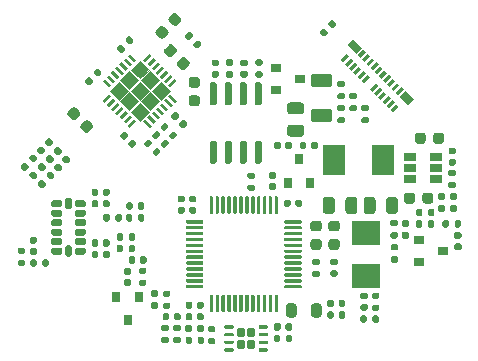
<source format=gbr>
%TF.GenerationSoftware,KiCad,Pcbnew,(5.1.10)-1*%
%TF.CreationDate,2021-12-06T16:33:20+01:00*%
%TF.ProjectId,MiniAB-CAN-Board,4d696e69-4142-42d4-9341-4e2d426f6172,rev?*%
%TF.SameCoordinates,Original*%
%TF.FileFunction,Paste,Bot*%
%TF.FilePolarity,Positive*%
%FSLAX46Y46*%
G04 Gerber Fmt 4.6, Leading zero omitted, Abs format (unit mm)*
G04 Created by KiCad (PCBNEW (5.1.10)-1) date 2021-12-06 16:33:20*
%MOMM*%
%LPD*%
G01*
G04 APERTURE LIST*
%ADD10C,0.100000*%
%ADD11R,2.400000X2.000000*%
%ADD12R,0.800000X0.900000*%
%ADD13R,1.060000X0.650000*%
%ADD14R,0.900000X0.800000*%
%ADD15R,1.900000X2.500000*%
G04 APERTURE END LIST*
D10*
%TO.C,U4*%
G36*
X-32143700Y-46403847D02*
G01*
X-31387096Y-47160451D01*
X-32143700Y-47917055D01*
X-32900304Y-47160451D01*
X-32143700Y-46403847D01*
G37*
X-32143700Y-46403847D02*
X-31387096Y-47160451D01*
X-32143700Y-47917055D01*
X-32900304Y-47160451D01*
X-32143700Y-46403847D01*
G36*
X-33041726Y-45505821D02*
G01*
X-32285121Y-46262426D01*
X-33041726Y-47019030D01*
X-33798330Y-46262426D01*
X-33041726Y-45505821D01*
G37*
X-33041726Y-45505821D02*
X-32285121Y-46262426D01*
X-33041726Y-47019030D01*
X-33798330Y-46262426D01*
X-33041726Y-45505821D01*
G36*
X-33939751Y-44607796D02*
G01*
X-33183147Y-45364400D01*
X-33939751Y-46121004D01*
X-34696355Y-45364400D01*
X-33939751Y-44607796D01*
G37*
X-33939751Y-44607796D02*
X-33183147Y-45364400D01*
X-33939751Y-46121004D01*
X-34696355Y-45364400D01*
X-33939751Y-44607796D01*
G36*
X-31245674Y-45505821D02*
G01*
X-30489070Y-46262426D01*
X-31245674Y-47019030D01*
X-32002279Y-46262426D01*
X-31245674Y-45505821D01*
G37*
X-31245674Y-45505821D02*
X-30489070Y-46262426D01*
X-31245674Y-47019030D01*
X-32002279Y-46262426D01*
X-31245674Y-45505821D01*
G36*
X-32143700Y-44607796D02*
G01*
X-31387096Y-45364400D01*
X-32143700Y-46121004D01*
X-32900304Y-45364400D01*
X-32143700Y-44607796D01*
G37*
X-32143700Y-44607796D02*
X-31387096Y-45364400D01*
X-32143700Y-46121004D01*
X-32900304Y-45364400D01*
X-32143700Y-44607796D01*
G36*
X-33041726Y-43709770D02*
G01*
X-32285121Y-44466374D01*
X-33041726Y-45222979D01*
X-33798330Y-44466374D01*
X-33041726Y-43709770D01*
G37*
X-33041726Y-43709770D02*
X-32285121Y-44466374D01*
X-33041726Y-45222979D01*
X-33798330Y-44466374D01*
X-33041726Y-43709770D01*
G36*
X-30347649Y-44607796D02*
G01*
X-29591045Y-45364400D01*
X-30347649Y-46121004D01*
X-31104253Y-45364400D01*
X-30347649Y-44607796D01*
G37*
X-30347649Y-44607796D02*
X-29591045Y-45364400D01*
X-30347649Y-46121004D01*
X-31104253Y-45364400D01*
X-30347649Y-44607796D01*
G36*
X-31245674Y-43709770D02*
G01*
X-30489070Y-44466374D01*
X-31245674Y-45222979D01*
X-32002279Y-44466374D01*
X-31245674Y-43709770D01*
G37*
X-31245674Y-43709770D02*
X-30489070Y-44466374D01*
X-31245674Y-45222979D01*
X-32002279Y-44466374D01*
X-31245674Y-43709770D01*
G36*
X-32143700Y-42811745D02*
G01*
X-31387096Y-43568349D01*
X-32143700Y-44324953D01*
X-32900304Y-43568349D01*
X-32143700Y-42811745D01*
G37*
X-32143700Y-42811745D02*
X-31387096Y-43568349D01*
X-32143700Y-44324953D01*
X-32900304Y-43568349D01*
X-32143700Y-42811745D01*
%TD*%
%TO.C,R12*%
G36*
G01*
X-33564800Y-58539800D02*
X-33564800Y-58909800D01*
G75*
G02*
X-33699800Y-59044800I-135000J0D01*
G01*
X-33969800Y-59044800D01*
G75*
G02*
X-34104800Y-58909800I0J135000D01*
G01*
X-34104800Y-58539800D01*
G75*
G02*
X-33969800Y-58404800I135000J0D01*
G01*
X-33699800Y-58404800D01*
G75*
G02*
X-33564800Y-58539800I0J-135000D01*
G01*
G37*
G36*
G01*
X-32544800Y-58539800D02*
X-32544800Y-58909800D01*
G75*
G02*
X-32679800Y-59044800I-135000J0D01*
G01*
X-32949800Y-59044800D01*
G75*
G02*
X-33084800Y-58909800I0J135000D01*
G01*
X-33084800Y-58539800D01*
G75*
G02*
X-32949800Y-58404800I135000J0D01*
G01*
X-32679800Y-58404800D01*
G75*
G02*
X-32544800Y-58539800I0J-135000D01*
G01*
G37*
%TD*%
%TO.C,U4*%
G36*
X-32977874Y-42229301D02*
G01*
X-32439059Y-42768116D01*
X-32618664Y-42947721D01*
X-33157479Y-42408906D01*
X-32977874Y-42229301D01*
G37*
G36*
X-33331426Y-42582854D02*
G01*
X-32792611Y-43121669D01*
X-32972216Y-43301274D01*
X-33511031Y-42762459D01*
X-33331426Y-42582854D01*
G37*
G36*
X-33684981Y-42936408D02*
G01*
X-33146166Y-43475223D01*
X-33325771Y-43654828D01*
X-33864586Y-43116013D01*
X-33684981Y-42936408D01*
G37*
G36*
X-34038534Y-43289961D02*
G01*
X-33499719Y-43828776D01*
X-33679324Y-44008381D01*
X-34218139Y-43469566D01*
X-34038534Y-43289961D01*
G37*
G36*
X-34392087Y-43643514D02*
G01*
X-33853272Y-44182329D01*
X-34032877Y-44361934D01*
X-34571692Y-43823119D01*
X-34392087Y-43643514D01*
G37*
G36*
X-34745641Y-43997069D02*
G01*
X-34206826Y-44535884D01*
X-34386431Y-44715489D01*
X-34925246Y-44176674D01*
X-34745641Y-43997069D01*
G37*
G36*
X-35099194Y-44350621D02*
G01*
X-34560379Y-44889436D01*
X-34739984Y-45069041D01*
X-35278799Y-44530226D01*
X-35099194Y-44350621D01*
G37*
G36*
X-34560379Y-45839364D02*
G01*
X-35099194Y-46378179D01*
X-35278799Y-46198574D01*
X-34739984Y-45659759D01*
X-34560379Y-45839364D01*
G37*
G36*
X-34206826Y-46192916D02*
G01*
X-34745641Y-46731731D01*
X-34925246Y-46552126D01*
X-34386431Y-46013311D01*
X-34206826Y-46192916D01*
G37*
G36*
X-33853272Y-46546471D02*
G01*
X-34392087Y-47085286D01*
X-34571692Y-46905681D01*
X-34032877Y-46366866D01*
X-33853272Y-46546471D01*
G37*
G36*
X-33499719Y-46900024D02*
G01*
X-34038534Y-47438839D01*
X-34218139Y-47259234D01*
X-33679324Y-46720419D01*
X-33499719Y-46900024D01*
G37*
G36*
X-33146166Y-47253577D02*
G01*
X-33684981Y-47792392D01*
X-33864586Y-47612787D01*
X-33325771Y-47073972D01*
X-33146166Y-47253577D01*
G37*
G36*
X-32792611Y-47607131D02*
G01*
X-33331426Y-48145946D01*
X-33511031Y-47966341D01*
X-32972216Y-47427526D01*
X-32792611Y-47607131D01*
G37*
G36*
X-32439059Y-47960684D02*
G01*
X-32977874Y-48499499D01*
X-33157479Y-48319894D01*
X-32618664Y-47781079D01*
X-32439059Y-47960684D01*
G37*
G36*
X-31668736Y-47781079D02*
G01*
X-31129921Y-48319894D01*
X-31309526Y-48499499D01*
X-31848341Y-47960684D01*
X-31668736Y-47781079D01*
G37*
G36*
X-31315184Y-47427526D02*
G01*
X-30776369Y-47966341D01*
X-30955974Y-48145946D01*
X-31494789Y-47607131D01*
X-31315184Y-47427526D01*
G37*
G36*
X-30961629Y-47073972D02*
G01*
X-30422814Y-47612787D01*
X-30602419Y-47792392D01*
X-31141234Y-47253577D01*
X-30961629Y-47073972D01*
G37*
G36*
X-30608076Y-46720419D02*
G01*
X-30069261Y-47259234D01*
X-30248866Y-47438839D01*
X-30787681Y-46900024D01*
X-30608076Y-46720419D01*
G37*
G36*
X-30254523Y-46366866D02*
G01*
X-29715708Y-46905681D01*
X-29895313Y-47085286D01*
X-30434128Y-46546471D01*
X-30254523Y-46366866D01*
G37*
G36*
X-29900969Y-46013311D02*
G01*
X-29362154Y-46552126D01*
X-29541759Y-46731731D01*
X-30080574Y-46192916D01*
X-29900969Y-46013311D01*
G37*
G36*
X-29547416Y-45659759D02*
G01*
X-29008601Y-46198574D01*
X-29188206Y-46378179D01*
X-29727021Y-45839364D01*
X-29547416Y-45659759D01*
G37*
G36*
X-29008601Y-44530226D02*
G01*
X-29547416Y-45069041D01*
X-29727021Y-44889436D01*
X-29188206Y-44350621D01*
X-29008601Y-44530226D01*
G37*
G36*
X-29362154Y-44176674D02*
G01*
X-29900969Y-44715489D01*
X-30080574Y-44535884D01*
X-29541759Y-43997069D01*
X-29362154Y-44176674D01*
G37*
G36*
X-29715708Y-43823119D02*
G01*
X-30254523Y-44361934D01*
X-30434128Y-44182329D01*
X-29895313Y-43643514D01*
X-29715708Y-43823119D01*
G37*
G36*
X-30069261Y-43469566D02*
G01*
X-30608076Y-44008381D01*
X-30787681Y-43828776D01*
X-30248866Y-43289961D01*
X-30069261Y-43469566D01*
G37*
G36*
X-30422814Y-43116013D02*
G01*
X-30961629Y-43654828D01*
X-31141234Y-43475223D01*
X-30602419Y-42936408D01*
X-30422814Y-43116013D01*
G37*
G36*
X-30776369Y-42762459D02*
G01*
X-31315184Y-43301274D01*
X-31494789Y-43121669D01*
X-30955974Y-42582854D01*
X-30776369Y-42762459D01*
G37*
G36*
X-31129921Y-42408906D02*
G01*
X-31668736Y-42947721D01*
X-31848341Y-42768116D01*
X-31309526Y-42229301D01*
X-31129921Y-42408906D01*
G37*
%TD*%
%TO.C,Q1*%
G36*
G01*
X-23059400Y-66077300D02*
X-23059400Y-65592300D01*
G75*
G02*
X-22886900Y-65419800I172500J0D01*
G01*
X-22541900Y-65419800D01*
G75*
G02*
X-22369400Y-65592300I0J-172500D01*
G01*
X-22369400Y-66077300D01*
G75*
G02*
X-22541900Y-66249800I-172500J0D01*
G01*
X-22886900Y-66249800D01*
G75*
G02*
X-23059400Y-66077300I0J172500D01*
G01*
G37*
G36*
G01*
X-23059400Y-67097300D02*
X-23059400Y-66612300D01*
G75*
G02*
X-22886900Y-66439800I172500J0D01*
G01*
X-22541900Y-66439800D01*
G75*
G02*
X-22369400Y-66612300I0J-172500D01*
G01*
X-22369400Y-67097300D01*
G75*
G02*
X-22541900Y-67269800I-172500J0D01*
G01*
X-22886900Y-67269800D01*
G75*
G02*
X-23059400Y-67097300I0J172500D01*
G01*
G37*
G36*
G01*
X-23909400Y-66077300D02*
X-23909400Y-65592300D01*
G75*
G02*
X-23736900Y-65419800I172500J0D01*
G01*
X-23391900Y-65419800D01*
G75*
G02*
X-23219400Y-65592300I0J-172500D01*
G01*
X-23219400Y-66077300D01*
G75*
G02*
X-23391900Y-66249800I-172500J0D01*
G01*
X-23736900Y-66249800D01*
G75*
G02*
X-23909400Y-66077300I0J172500D01*
G01*
G37*
G36*
G01*
X-23909400Y-67097300D02*
X-23909400Y-66612300D01*
G75*
G02*
X-23736900Y-66439800I172500J0D01*
G01*
X-23391900Y-66439800D01*
G75*
G02*
X-23219400Y-66612300I0J-172500D01*
G01*
X-23219400Y-67097300D01*
G75*
G02*
X-23391900Y-67269800I-172500J0D01*
G01*
X-23736900Y-67269800D01*
G75*
G02*
X-23909400Y-67097300I0J172500D01*
G01*
G37*
G36*
G01*
X-22089400Y-67394800D02*
X-22089400Y-67244800D01*
G75*
G02*
X-22014400Y-67169800I75000J0D01*
G01*
X-21364400Y-67169800D01*
G75*
G02*
X-21289400Y-67244800I0J-75000D01*
G01*
X-21289400Y-67394800D01*
G75*
G02*
X-21364400Y-67469800I-75000J0D01*
G01*
X-22014400Y-67469800D01*
G75*
G02*
X-22089400Y-67394800I0J75000D01*
G01*
G37*
G36*
G01*
X-22089400Y-66744800D02*
X-22089400Y-66594800D01*
G75*
G02*
X-22014400Y-66519800I75000J0D01*
G01*
X-21364400Y-66519800D01*
G75*
G02*
X-21289400Y-66594800I0J-75000D01*
G01*
X-21289400Y-66744800D01*
G75*
G02*
X-21364400Y-66819800I-75000J0D01*
G01*
X-22014400Y-66819800D01*
G75*
G02*
X-22089400Y-66744800I0J75000D01*
G01*
G37*
G36*
G01*
X-22089400Y-66094800D02*
X-22089400Y-65944800D01*
G75*
G02*
X-22014400Y-65869800I75000J0D01*
G01*
X-21364400Y-65869800D01*
G75*
G02*
X-21289400Y-65944800I0J-75000D01*
G01*
X-21289400Y-66094800D01*
G75*
G02*
X-21364400Y-66169800I-75000J0D01*
G01*
X-22014400Y-66169800D01*
G75*
G02*
X-22089400Y-66094800I0J75000D01*
G01*
G37*
G36*
G01*
X-22089400Y-65444800D02*
X-22089400Y-65294800D01*
G75*
G02*
X-22014400Y-65219800I75000J0D01*
G01*
X-21364400Y-65219800D01*
G75*
G02*
X-21289400Y-65294800I0J-75000D01*
G01*
X-21289400Y-65444800D01*
G75*
G02*
X-21364400Y-65519800I-75000J0D01*
G01*
X-22014400Y-65519800D01*
G75*
G02*
X-22089400Y-65444800I0J75000D01*
G01*
G37*
G36*
G01*
X-24989400Y-65444800D02*
X-24989400Y-65294800D01*
G75*
G02*
X-24914400Y-65219800I75000J0D01*
G01*
X-24264400Y-65219800D01*
G75*
G02*
X-24189400Y-65294800I0J-75000D01*
G01*
X-24189400Y-65444800D01*
G75*
G02*
X-24264400Y-65519800I-75000J0D01*
G01*
X-24914400Y-65519800D01*
G75*
G02*
X-24989400Y-65444800I0J75000D01*
G01*
G37*
G36*
G01*
X-24989400Y-66094800D02*
X-24989400Y-65944800D01*
G75*
G02*
X-24914400Y-65869800I75000J0D01*
G01*
X-24264400Y-65869800D01*
G75*
G02*
X-24189400Y-65944800I0J-75000D01*
G01*
X-24189400Y-66094800D01*
G75*
G02*
X-24264400Y-66169800I-75000J0D01*
G01*
X-24914400Y-66169800D01*
G75*
G02*
X-24989400Y-66094800I0J75000D01*
G01*
G37*
G36*
G01*
X-24989400Y-66744800D02*
X-24989400Y-66594800D01*
G75*
G02*
X-24914400Y-66519800I75000J0D01*
G01*
X-24264400Y-66519800D01*
G75*
G02*
X-24189400Y-66594800I0J-75000D01*
G01*
X-24189400Y-66744800D01*
G75*
G02*
X-24264400Y-66819800I-75000J0D01*
G01*
X-24914400Y-66819800D01*
G75*
G02*
X-24989400Y-66744800I0J75000D01*
G01*
G37*
G36*
G01*
X-24989400Y-67394800D02*
X-24989400Y-67244800D01*
G75*
G02*
X-24914400Y-67169800I75000J0D01*
G01*
X-24264400Y-67169800D01*
G75*
G02*
X-24189400Y-67244800I0J-75000D01*
G01*
X-24189400Y-67394800D01*
G75*
G02*
X-24264400Y-67469800I-75000J0D01*
G01*
X-24914400Y-67469800D01*
G75*
G02*
X-24989400Y-67394800I0J75000D01*
G01*
G37*
%TD*%
D11*
%TO.C,Y1*%
X-13004800Y-57382800D03*
X-13004800Y-61082800D03*
%TD*%
%TO.C,U5*%
G36*
G01*
X-21973400Y-46607600D02*
X-22273400Y-46607600D01*
G75*
G02*
X-22423400Y-46457600I0J150000D01*
G01*
X-22423400Y-44807600D01*
G75*
G02*
X-22273400Y-44657600I150000J0D01*
G01*
X-21973400Y-44657600D01*
G75*
G02*
X-21823400Y-44807600I0J-150000D01*
G01*
X-21823400Y-46457600D01*
G75*
G02*
X-21973400Y-46607600I-150000J0D01*
G01*
G37*
G36*
G01*
X-23243400Y-46607600D02*
X-23543400Y-46607600D01*
G75*
G02*
X-23693400Y-46457600I0J150000D01*
G01*
X-23693400Y-44807600D01*
G75*
G02*
X-23543400Y-44657600I150000J0D01*
G01*
X-23243400Y-44657600D01*
G75*
G02*
X-23093400Y-44807600I0J-150000D01*
G01*
X-23093400Y-46457600D01*
G75*
G02*
X-23243400Y-46607600I-150000J0D01*
G01*
G37*
G36*
G01*
X-24513400Y-46607600D02*
X-24813400Y-46607600D01*
G75*
G02*
X-24963400Y-46457600I0J150000D01*
G01*
X-24963400Y-44807600D01*
G75*
G02*
X-24813400Y-44657600I150000J0D01*
G01*
X-24513400Y-44657600D01*
G75*
G02*
X-24363400Y-44807600I0J-150000D01*
G01*
X-24363400Y-46457600D01*
G75*
G02*
X-24513400Y-46607600I-150000J0D01*
G01*
G37*
G36*
G01*
X-25783400Y-46607600D02*
X-26083400Y-46607600D01*
G75*
G02*
X-26233400Y-46457600I0J150000D01*
G01*
X-26233400Y-44807600D01*
G75*
G02*
X-26083400Y-44657600I150000J0D01*
G01*
X-25783400Y-44657600D01*
G75*
G02*
X-25633400Y-44807600I0J-150000D01*
G01*
X-25633400Y-46457600D01*
G75*
G02*
X-25783400Y-46607600I-150000J0D01*
G01*
G37*
G36*
G01*
X-25783400Y-51557600D02*
X-26083400Y-51557600D01*
G75*
G02*
X-26233400Y-51407600I0J150000D01*
G01*
X-26233400Y-49757600D01*
G75*
G02*
X-26083400Y-49607600I150000J0D01*
G01*
X-25783400Y-49607600D01*
G75*
G02*
X-25633400Y-49757600I0J-150000D01*
G01*
X-25633400Y-51407600D01*
G75*
G02*
X-25783400Y-51557600I-150000J0D01*
G01*
G37*
G36*
G01*
X-24513400Y-51557600D02*
X-24813400Y-51557600D01*
G75*
G02*
X-24963400Y-51407600I0J150000D01*
G01*
X-24963400Y-49757600D01*
G75*
G02*
X-24813400Y-49607600I150000J0D01*
G01*
X-24513400Y-49607600D01*
G75*
G02*
X-24363400Y-49757600I0J-150000D01*
G01*
X-24363400Y-51407600D01*
G75*
G02*
X-24513400Y-51557600I-150000J0D01*
G01*
G37*
G36*
G01*
X-23243400Y-51557600D02*
X-23543400Y-51557600D01*
G75*
G02*
X-23693400Y-51407600I0J150000D01*
G01*
X-23693400Y-49757600D01*
G75*
G02*
X-23543400Y-49607600I150000J0D01*
G01*
X-23243400Y-49607600D01*
G75*
G02*
X-23093400Y-49757600I0J-150000D01*
G01*
X-23093400Y-51407600D01*
G75*
G02*
X-23243400Y-51557600I-150000J0D01*
G01*
G37*
G36*
G01*
X-21973400Y-51557600D02*
X-22273400Y-51557600D01*
G75*
G02*
X-22423400Y-51407600I0J150000D01*
G01*
X-22423400Y-49757600D01*
G75*
G02*
X-22273400Y-49607600I150000J0D01*
G01*
X-21973400Y-49607600D01*
G75*
G02*
X-21823400Y-49757600I0J-150000D01*
G01*
X-21823400Y-51407600D01*
G75*
G02*
X-21973400Y-51557600I-150000J0D01*
G01*
G37*
%TD*%
D12*
%TO.C,U3*%
X-18643600Y-51171600D03*
X-19593600Y-53171600D03*
X-17693600Y-53171600D03*
%TD*%
D13*
%TO.C,U2*%
X-7028000Y-51917600D03*
X-7028000Y-52867600D03*
X-7028000Y-50967600D03*
X-9228000Y-50967600D03*
X-9228000Y-51917600D03*
X-9228000Y-52867600D03*
%TD*%
%TO.C,U1*%
G36*
G01*
X-20429900Y-54382400D02*
X-20429900Y-55707400D01*
G75*
G02*
X-20504900Y-55782400I-75000J0D01*
G01*
X-20654900Y-55782400D01*
G75*
G02*
X-20729900Y-55707400I0J75000D01*
G01*
X-20729900Y-54382400D01*
G75*
G02*
X-20654900Y-54307400I75000J0D01*
G01*
X-20504900Y-54307400D01*
G75*
G02*
X-20429900Y-54382400I0J-75000D01*
G01*
G37*
G36*
G01*
X-20929900Y-54382400D02*
X-20929900Y-55707400D01*
G75*
G02*
X-21004900Y-55782400I-75000J0D01*
G01*
X-21154900Y-55782400D01*
G75*
G02*
X-21229900Y-55707400I0J75000D01*
G01*
X-21229900Y-54382400D01*
G75*
G02*
X-21154900Y-54307400I75000J0D01*
G01*
X-21004900Y-54307400D01*
G75*
G02*
X-20929900Y-54382400I0J-75000D01*
G01*
G37*
G36*
G01*
X-21429900Y-54382400D02*
X-21429900Y-55707400D01*
G75*
G02*
X-21504900Y-55782400I-75000J0D01*
G01*
X-21654900Y-55782400D01*
G75*
G02*
X-21729900Y-55707400I0J75000D01*
G01*
X-21729900Y-54382400D01*
G75*
G02*
X-21654900Y-54307400I75000J0D01*
G01*
X-21504900Y-54307400D01*
G75*
G02*
X-21429900Y-54382400I0J-75000D01*
G01*
G37*
G36*
G01*
X-21929900Y-54382400D02*
X-21929900Y-55707400D01*
G75*
G02*
X-22004900Y-55782400I-75000J0D01*
G01*
X-22154900Y-55782400D01*
G75*
G02*
X-22229900Y-55707400I0J75000D01*
G01*
X-22229900Y-54382400D01*
G75*
G02*
X-22154900Y-54307400I75000J0D01*
G01*
X-22004900Y-54307400D01*
G75*
G02*
X-21929900Y-54382400I0J-75000D01*
G01*
G37*
G36*
G01*
X-22429900Y-54382400D02*
X-22429900Y-55707400D01*
G75*
G02*
X-22504900Y-55782400I-75000J0D01*
G01*
X-22654900Y-55782400D01*
G75*
G02*
X-22729900Y-55707400I0J75000D01*
G01*
X-22729900Y-54382400D01*
G75*
G02*
X-22654900Y-54307400I75000J0D01*
G01*
X-22504900Y-54307400D01*
G75*
G02*
X-22429900Y-54382400I0J-75000D01*
G01*
G37*
G36*
G01*
X-22929900Y-54382400D02*
X-22929900Y-55707400D01*
G75*
G02*
X-23004900Y-55782400I-75000J0D01*
G01*
X-23154900Y-55782400D01*
G75*
G02*
X-23229900Y-55707400I0J75000D01*
G01*
X-23229900Y-54382400D01*
G75*
G02*
X-23154900Y-54307400I75000J0D01*
G01*
X-23004900Y-54307400D01*
G75*
G02*
X-22929900Y-54382400I0J-75000D01*
G01*
G37*
G36*
G01*
X-23429900Y-54382400D02*
X-23429900Y-55707400D01*
G75*
G02*
X-23504900Y-55782400I-75000J0D01*
G01*
X-23654900Y-55782400D01*
G75*
G02*
X-23729900Y-55707400I0J75000D01*
G01*
X-23729900Y-54382400D01*
G75*
G02*
X-23654900Y-54307400I75000J0D01*
G01*
X-23504900Y-54307400D01*
G75*
G02*
X-23429900Y-54382400I0J-75000D01*
G01*
G37*
G36*
G01*
X-23929900Y-54382400D02*
X-23929900Y-55707400D01*
G75*
G02*
X-24004900Y-55782400I-75000J0D01*
G01*
X-24154900Y-55782400D01*
G75*
G02*
X-24229900Y-55707400I0J75000D01*
G01*
X-24229900Y-54382400D01*
G75*
G02*
X-24154900Y-54307400I75000J0D01*
G01*
X-24004900Y-54307400D01*
G75*
G02*
X-23929900Y-54382400I0J-75000D01*
G01*
G37*
G36*
G01*
X-24429900Y-54382400D02*
X-24429900Y-55707400D01*
G75*
G02*
X-24504900Y-55782400I-75000J0D01*
G01*
X-24654900Y-55782400D01*
G75*
G02*
X-24729900Y-55707400I0J75000D01*
G01*
X-24729900Y-54382400D01*
G75*
G02*
X-24654900Y-54307400I75000J0D01*
G01*
X-24504900Y-54307400D01*
G75*
G02*
X-24429900Y-54382400I0J-75000D01*
G01*
G37*
G36*
G01*
X-24929900Y-54382400D02*
X-24929900Y-55707400D01*
G75*
G02*
X-25004900Y-55782400I-75000J0D01*
G01*
X-25154900Y-55782400D01*
G75*
G02*
X-25229900Y-55707400I0J75000D01*
G01*
X-25229900Y-54382400D01*
G75*
G02*
X-25154900Y-54307400I75000J0D01*
G01*
X-25004900Y-54307400D01*
G75*
G02*
X-24929900Y-54382400I0J-75000D01*
G01*
G37*
G36*
G01*
X-25429900Y-54382400D02*
X-25429900Y-55707400D01*
G75*
G02*
X-25504900Y-55782400I-75000J0D01*
G01*
X-25654900Y-55782400D01*
G75*
G02*
X-25729900Y-55707400I0J75000D01*
G01*
X-25729900Y-54382400D01*
G75*
G02*
X-25654900Y-54307400I75000J0D01*
G01*
X-25504900Y-54307400D01*
G75*
G02*
X-25429900Y-54382400I0J-75000D01*
G01*
G37*
G36*
G01*
X-25929900Y-54382400D02*
X-25929900Y-55707400D01*
G75*
G02*
X-26004900Y-55782400I-75000J0D01*
G01*
X-26154900Y-55782400D01*
G75*
G02*
X-26229900Y-55707400I0J75000D01*
G01*
X-26229900Y-54382400D01*
G75*
G02*
X-26154900Y-54307400I75000J0D01*
G01*
X-26004900Y-54307400D01*
G75*
G02*
X-25929900Y-54382400I0J-75000D01*
G01*
G37*
G36*
G01*
X-26754900Y-56382400D02*
X-26754900Y-56532400D01*
G75*
G02*
X-26829900Y-56607400I-75000J0D01*
G01*
X-28154900Y-56607400D01*
G75*
G02*
X-28229900Y-56532400I0J75000D01*
G01*
X-28229900Y-56382400D01*
G75*
G02*
X-28154900Y-56307400I75000J0D01*
G01*
X-26829900Y-56307400D01*
G75*
G02*
X-26754900Y-56382400I0J-75000D01*
G01*
G37*
G36*
G01*
X-26754900Y-56882400D02*
X-26754900Y-57032400D01*
G75*
G02*
X-26829900Y-57107400I-75000J0D01*
G01*
X-28154900Y-57107400D01*
G75*
G02*
X-28229900Y-57032400I0J75000D01*
G01*
X-28229900Y-56882400D01*
G75*
G02*
X-28154900Y-56807400I75000J0D01*
G01*
X-26829900Y-56807400D01*
G75*
G02*
X-26754900Y-56882400I0J-75000D01*
G01*
G37*
G36*
G01*
X-26754900Y-57382400D02*
X-26754900Y-57532400D01*
G75*
G02*
X-26829900Y-57607400I-75000J0D01*
G01*
X-28154900Y-57607400D01*
G75*
G02*
X-28229900Y-57532400I0J75000D01*
G01*
X-28229900Y-57382400D01*
G75*
G02*
X-28154900Y-57307400I75000J0D01*
G01*
X-26829900Y-57307400D01*
G75*
G02*
X-26754900Y-57382400I0J-75000D01*
G01*
G37*
G36*
G01*
X-26754900Y-57882400D02*
X-26754900Y-58032400D01*
G75*
G02*
X-26829900Y-58107400I-75000J0D01*
G01*
X-28154900Y-58107400D01*
G75*
G02*
X-28229900Y-58032400I0J75000D01*
G01*
X-28229900Y-57882400D01*
G75*
G02*
X-28154900Y-57807400I75000J0D01*
G01*
X-26829900Y-57807400D01*
G75*
G02*
X-26754900Y-57882400I0J-75000D01*
G01*
G37*
G36*
G01*
X-26754900Y-58382400D02*
X-26754900Y-58532400D01*
G75*
G02*
X-26829900Y-58607400I-75000J0D01*
G01*
X-28154900Y-58607400D01*
G75*
G02*
X-28229900Y-58532400I0J75000D01*
G01*
X-28229900Y-58382400D01*
G75*
G02*
X-28154900Y-58307400I75000J0D01*
G01*
X-26829900Y-58307400D01*
G75*
G02*
X-26754900Y-58382400I0J-75000D01*
G01*
G37*
G36*
G01*
X-26754900Y-58882400D02*
X-26754900Y-59032400D01*
G75*
G02*
X-26829900Y-59107400I-75000J0D01*
G01*
X-28154900Y-59107400D01*
G75*
G02*
X-28229900Y-59032400I0J75000D01*
G01*
X-28229900Y-58882400D01*
G75*
G02*
X-28154900Y-58807400I75000J0D01*
G01*
X-26829900Y-58807400D01*
G75*
G02*
X-26754900Y-58882400I0J-75000D01*
G01*
G37*
G36*
G01*
X-26754900Y-59382400D02*
X-26754900Y-59532400D01*
G75*
G02*
X-26829900Y-59607400I-75000J0D01*
G01*
X-28154900Y-59607400D01*
G75*
G02*
X-28229900Y-59532400I0J75000D01*
G01*
X-28229900Y-59382400D01*
G75*
G02*
X-28154900Y-59307400I75000J0D01*
G01*
X-26829900Y-59307400D01*
G75*
G02*
X-26754900Y-59382400I0J-75000D01*
G01*
G37*
G36*
G01*
X-26754900Y-59882400D02*
X-26754900Y-60032400D01*
G75*
G02*
X-26829900Y-60107400I-75000J0D01*
G01*
X-28154900Y-60107400D01*
G75*
G02*
X-28229900Y-60032400I0J75000D01*
G01*
X-28229900Y-59882400D01*
G75*
G02*
X-28154900Y-59807400I75000J0D01*
G01*
X-26829900Y-59807400D01*
G75*
G02*
X-26754900Y-59882400I0J-75000D01*
G01*
G37*
G36*
G01*
X-26754900Y-60382400D02*
X-26754900Y-60532400D01*
G75*
G02*
X-26829900Y-60607400I-75000J0D01*
G01*
X-28154900Y-60607400D01*
G75*
G02*
X-28229900Y-60532400I0J75000D01*
G01*
X-28229900Y-60382400D01*
G75*
G02*
X-28154900Y-60307400I75000J0D01*
G01*
X-26829900Y-60307400D01*
G75*
G02*
X-26754900Y-60382400I0J-75000D01*
G01*
G37*
G36*
G01*
X-26754900Y-60882400D02*
X-26754900Y-61032400D01*
G75*
G02*
X-26829900Y-61107400I-75000J0D01*
G01*
X-28154900Y-61107400D01*
G75*
G02*
X-28229900Y-61032400I0J75000D01*
G01*
X-28229900Y-60882400D01*
G75*
G02*
X-28154900Y-60807400I75000J0D01*
G01*
X-26829900Y-60807400D01*
G75*
G02*
X-26754900Y-60882400I0J-75000D01*
G01*
G37*
G36*
G01*
X-26754900Y-61382400D02*
X-26754900Y-61532400D01*
G75*
G02*
X-26829900Y-61607400I-75000J0D01*
G01*
X-28154900Y-61607400D01*
G75*
G02*
X-28229900Y-61532400I0J75000D01*
G01*
X-28229900Y-61382400D01*
G75*
G02*
X-28154900Y-61307400I75000J0D01*
G01*
X-26829900Y-61307400D01*
G75*
G02*
X-26754900Y-61382400I0J-75000D01*
G01*
G37*
G36*
G01*
X-26754900Y-61882400D02*
X-26754900Y-62032400D01*
G75*
G02*
X-26829900Y-62107400I-75000J0D01*
G01*
X-28154900Y-62107400D01*
G75*
G02*
X-28229900Y-62032400I0J75000D01*
G01*
X-28229900Y-61882400D01*
G75*
G02*
X-28154900Y-61807400I75000J0D01*
G01*
X-26829900Y-61807400D01*
G75*
G02*
X-26754900Y-61882400I0J-75000D01*
G01*
G37*
G36*
G01*
X-25929900Y-62707400D02*
X-25929900Y-64032400D01*
G75*
G02*
X-26004900Y-64107400I-75000J0D01*
G01*
X-26154900Y-64107400D01*
G75*
G02*
X-26229900Y-64032400I0J75000D01*
G01*
X-26229900Y-62707400D01*
G75*
G02*
X-26154900Y-62632400I75000J0D01*
G01*
X-26004900Y-62632400D01*
G75*
G02*
X-25929900Y-62707400I0J-75000D01*
G01*
G37*
G36*
G01*
X-25429900Y-62707400D02*
X-25429900Y-64032400D01*
G75*
G02*
X-25504900Y-64107400I-75000J0D01*
G01*
X-25654900Y-64107400D01*
G75*
G02*
X-25729900Y-64032400I0J75000D01*
G01*
X-25729900Y-62707400D01*
G75*
G02*
X-25654900Y-62632400I75000J0D01*
G01*
X-25504900Y-62632400D01*
G75*
G02*
X-25429900Y-62707400I0J-75000D01*
G01*
G37*
G36*
G01*
X-24929900Y-62707400D02*
X-24929900Y-64032400D01*
G75*
G02*
X-25004900Y-64107400I-75000J0D01*
G01*
X-25154900Y-64107400D01*
G75*
G02*
X-25229900Y-64032400I0J75000D01*
G01*
X-25229900Y-62707400D01*
G75*
G02*
X-25154900Y-62632400I75000J0D01*
G01*
X-25004900Y-62632400D01*
G75*
G02*
X-24929900Y-62707400I0J-75000D01*
G01*
G37*
G36*
G01*
X-24429900Y-62707400D02*
X-24429900Y-64032400D01*
G75*
G02*
X-24504900Y-64107400I-75000J0D01*
G01*
X-24654900Y-64107400D01*
G75*
G02*
X-24729900Y-64032400I0J75000D01*
G01*
X-24729900Y-62707400D01*
G75*
G02*
X-24654900Y-62632400I75000J0D01*
G01*
X-24504900Y-62632400D01*
G75*
G02*
X-24429900Y-62707400I0J-75000D01*
G01*
G37*
G36*
G01*
X-23929900Y-62707400D02*
X-23929900Y-64032400D01*
G75*
G02*
X-24004900Y-64107400I-75000J0D01*
G01*
X-24154900Y-64107400D01*
G75*
G02*
X-24229900Y-64032400I0J75000D01*
G01*
X-24229900Y-62707400D01*
G75*
G02*
X-24154900Y-62632400I75000J0D01*
G01*
X-24004900Y-62632400D01*
G75*
G02*
X-23929900Y-62707400I0J-75000D01*
G01*
G37*
G36*
G01*
X-23429900Y-62707400D02*
X-23429900Y-64032400D01*
G75*
G02*
X-23504900Y-64107400I-75000J0D01*
G01*
X-23654900Y-64107400D01*
G75*
G02*
X-23729900Y-64032400I0J75000D01*
G01*
X-23729900Y-62707400D01*
G75*
G02*
X-23654900Y-62632400I75000J0D01*
G01*
X-23504900Y-62632400D01*
G75*
G02*
X-23429900Y-62707400I0J-75000D01*
G01*
G37*
G36*
G01*
X-22929900Y-62707400D02*
X-22929900Y-64032400D01*
G75*
G02*
X-23004900Y-64107400I-75000J0D01*
G01*
X-23154900Y-64107400D01*
G75*
G02*
X-23229900Y-64032400I0J75000D01*
G01*
X-23229900Y-62707400D01*
G75*
G02*
X-23154900Y-62632400I75000J0D01*
G01*
X-23004900Y-62632400D01*
G75*
G02*
X-22929900Y-62707400I0J-75000D01*
G01*
G37*
G36*
G01*
X-22429900Y-62707400D02*
X-22429900Y-64032400D01*
G75*
G02*
X-22504900Y-64107400I-75000J0D01*
G01*
X-22654900Y-64107400D01*
G75*
G02*
X-22729900Y-64032400I0J75000D01*
G01*
X-22729900Y-62707400D01*
G75*
G02*
X-22654900Y-62632400I75000J0D01*
G01*
X-22504900Y-62632400D01*
G75*
G02*
X-22429900Y-62707400I0J-75000D01*
G01*
G37*
G36*
G01*
X-21929900Y-62707400D02*
X-21929900Y-64032400D01*
G75*
G02*
X-22004900Y-64107400I-75000J0D01*
G01*
X-22154900Y-64107400D01*
G75*
G02*
X-22229900Y-64032400I0J75000D01*
G01*
X-22229900Y-62707400D01*
G75*
G02*
X-22154900Y-62632400I75000J0D01*
G01*
X-22004900Y-62632400D01*
G75*
G02*
X-21929900Y-62707400I0J-75000D01*
G01*
G37*
G36*
G01*
X-21429900Y-62707400D02*
X-21429900Y-64032400D01*
G75*
G02*
X-21504900Y-64107400I-75000J0D01*
G01*
X-21654900Y-64107400D01*
G75*
G02*
X-21729900Y-64032400I0J75000D01*
G01*
X-21729900Y-62707400D01*
G75*
G02*
X-21654900Y-62632400I75000J0D01*
G01*
X-21504900Y-62632400D01*
G75*
G02*
X-21429900Y-62707400I0J-75000D01*
G01*
G37*
G36*
G01*
X-20929900Y-62707400D02*
X-20929900Y-64032400D01*
G75*
G02*
X-21004900Y-64107400I-75000J0D01*
G01*
X-21154900Y-64107400D01*
G75*
G02*
X-21229900Y-64032400I0J75000D01*
G01*
X-21229900Y-62707400D01*
G75*
G02*
X-21154900Y-62632400I75000J0D01*
G01*
X-21004900Y-62632400D01*
G75*
G02*
X-20929900Y-62707400I0J-75000D01*
G01*
G37*
G36*
G01*
X-20429900Y-62707400D02*
X-20429900Y-64032400D01*
G75*
G02*
X-20504900Y-64107400I-75000J0D01*
G01*
X-20654900Y-64107400D01*
G75*
G02*
X-20729900Y-64032400I0J75000D01*
G01*
X-20729900Y-62707400D01*
G75*
G02*
X-20654900Y-62632400I75000J0D01*
G01*
X-20504900Y-62632400D01*
G75*
G02*
X-20429900Y-62707400I0J-75000D01*
G01*
G37*
G36*
G01*
X-18429900Y-61882400D02*
X-18429900Y-62032400D01*
G75*
G02*
X-18504900Y-62107400I-75000J0D01*
G01*
X-19829900Y-62107400D01*
G75*
G02*
X-19904900Y-62032400I0J75000D01*
G01*
X-19904900Y-61882400D01*
G75*
G02*
X-19829900Y-61807400I75000J0D01*
G01*
X-18504900Y-61807400D01*
G75*
G02*
X-18429900Y-61882400I0J-75000D01*
G01*
G37*
G36*
G01*
X-18429900Y-61382400D02*
X-18429900Y-61532400D01*
G75*
G02*
X-18504900Y-61607400I-75000J0D01*
G01*
X-19829900Y-61607400D01*
G75*
G02*
X-19904900Y-61532400I0J75000D01*
G01*
X-19904900Y-61382400D01*
G75*
G02*
X-19829900Y-61307400I75000J0D01*
G01*
X-18504900Y-61307400D01*
G75*
G02*
X-18429900Y-61382400I0J-75000D01*
G01*
G37*
G36*
G01*
X-18429900Y-60882400D02*
X-18429900Y-61032400D01*
G75*
G02*
X-18504900Y-61107400I-75000J0D01*
G01*
X-19829900Y-61107400D01*
G75*
G02*
X-19904900Y-61032400I0J75000D01*
G01*
X-19904900Y-60882400D01*
G75*
G02*
X-19829900Y-60807400I75000J0D01*
G01*
X-18504900Y-60807400D01*
G75*
G02*
X-18429900Y-60882400I0J-75000D01*
G01*
G37*
G36*
G01*
X-18429900Y-60382400D02*
X-18429900Y-60532400D01*
G75*
G02*
X-18504900Y-60607400I-75000J0D01*
G01*
X-19829900Y-60607400D01*
G75*
G02*
X-19904900Y-60532400I0J75000D01*
G01*
X-19904900Y-60382400D01*
G75*
G02*
X-19829900Y-60307400I75000J0D01*
G01*
X-18504900Y-60307400D01*
G75*
G02*
X-18429900Y-60382400I0J-75000D01*
G01*
G37*
G36*
G01*
X-18429900Y-59882400D02*
X-18429900Y-60032400D01*
G75*
G02*
X-18504900Y-60107400I-75000J0D01*
G01*
X-19829900Y-60107400D01*
G75*
G02*
X-19904900Y-60032400I0J75000D01*
G01*
X-19904900Y-59882400D01*
G75*
G02*
X-19829900Y-59807400I75000J0D01*
G01*
X-18504900Y-59807400D01*
G75*
G02*
X-18429900Y-59882400I0J-75000D01*
G01*
G37*
G36*
G01*
X-18429900Y-59382400D02*
X-18429900Y-59532400D01*
G75*
G02*
X-18504900Y-59607400I-75000J0D01*
G01*
X-19829900Y-59607400D01*
G75*
G02*
X-19904900Y-59532400I0J75000D01*
G01*
X-19904900Y-59382400D01*
G75*
G02*
X-19829900Y-59307400I75000J0D01*
G01*
X-18504900Y-59307400D01*
G75*
G02*
X-18429900Y-59382400I0J-75000D01*
G01*
G37*
G36*
G01*
X-18429900Y-58882400D02*
X-18429900Y-59032400D01*
G75*
G02*
X-18504900Y-59107400I-75000J0D01*
G01*
X-19829900Y-59107400D01*
G75*
G02*
X-19904900Y-59032400I0J75000D01*
G01*
X-19904900Y-58882400D01*
G75*
G02*
X-19829900Y-58807400I75000J0D01*
G01*
X-18504900Y-58807400D01*
G75*
G02*
X-18429900Y-58882400I0J-75000D01*
G01*
G37*
G36*
G01*
X-18429900Y-58382400D02*
X-18429900Y-58532400D01*
G75*
G02*
X-18504900Y-58607400I-75000J0D01*
G01*
X-19829900Y-58607400D01*
G75*
G02*
X-19904900Y-58532400I0J75000D01*
G01*
X-19904900Y-58382400D01*
G75*
G02*
X-19829900Y-58307400I75000J0D01*
G01*
X-18504900Y-58307400D01*
G75*
G02*
X-18429900Y-58382400I0J-75000D01*
G01*
G37*
G36*
G01*
X-18429900Y-57882400D02*
X-18429900Y-58032400D01*
G75*
G02*
X-18504900Y-58107400I-75000J0D01*
G01*
X-19829900Y-58107400D01*
G75*
G02*
X-19904900Y-58032400I0J75000D01*
G01*
X-19904900Y-57882400D01*
G75*
G02*
X-19829900Y-57807400I75000J0D01*
G01*
X-18504900Y-57807400D01*
G75*
G02*
X-18429900Y-57882400I0J-75000D01*
G01*
G37*
G36*
G01*
X-18429900Y-57382400D02*
X-18429900Y-57532400D01*
G75*
G02*
X-18504900Y-57607400I-75000J0D01*
G01*
X-19829900Y-57607400D01*
G75*
G02*
X-19904900Y-57532400I0J75000D01*
G01*
X-19904900Y-57382400D01*
G75*
G02*
X-19829900Y-57307400I75000J0D01*
G01*
X-18504900Y-57307400D01*
G75*
G02*
X-18429900Y-57382400I0J-75000D01*
G01*
G37*
G36*
G01*
X-18429900Y-56882400D02*
X-18429900Y-57032400D01*
G75*
G02*
X-18504900Y-57107400I-75000J0D01*
G01*
X-19829900Y-57107400D01*
G75*
G02*
X-19904900Y-57032400I0J75000D01*
G01*
X-19904900Y-56882400D01*
G75*
G02*
X-19829900Y-56807400I75000J0D01*
G01*
X-18504900Y-56807400D01*
G75*
G02*
X-18429900Y-56882400I0J-75000D01*
G01*
G37*
G36*
G01*
X-18429900Y-56382400D02*
X-18429900Y-56532400D01*
G75*
G02*
X-18504900Y-56607400I-75000J0D01*
G01*
X-19829900Y-56607400D01*
G75*
G02*
X-19904900Y-56532400I0J75000D01*
G01*
X-19904900Y-56382400D01*
G75*
G02*
X-19829900Y-56307400I75000J0D01*
G01*
X-18504900Y-56307400D01*
G75*
G02*
X-18429900Y-56382400I0J-75000D01*
G01*
G37*
%TD*%
%TO.C,R43*%
G36*
G01*
X-21862200Y-43244800D02*
X-22232200Y-43244800D01*
G75*
G02*
X-22367200Y-43109800I0J135000D01*
G01*
X-22367200Y-42839800D01*
G75*
G02*
X-22232200Y-42704800I135000J0D01*
G01*
X-21862200Y-42704800D01*
G75*
G02*
X-21727200Y-42839800I0J-135000D01*
G01*
X-21727200Y-43109800D01*
G75*
G02*
X-21862200Y-43244800I-135000J0D01*
G01*
G37*
G36*
G01*
X-21862200Y-44264800D02*
X-22232200Y-44264800D01*
G75*
G02*
X-22367200Y-44129800I0J135000D01*
G01*
X-22367200Y-43859800D01*
G75*
G02*
X-22232200Y-43724800I135000J0D01*
G01*
X-21862200Y-43724800D01*
G75*
G02*
X-21727200Y-43859800I0J-135000D01*
G01*
X-21727200Y-44129800D01*
G75*
G02*
X-21862200Y-44264800I-135000J0D01*
G01*
G37*
%TD*%
%TO.C,R42*%
G36*
G01*
X-35767480Y-44157109D02*
X-36029109Y-43895480D01*
G75*
G02*
X-36029109Y-43704562I95459J95459D01*
G01*
X-35838190Y-43513643D01*
G75*
G02*
X-35647272Y-43513643I95459J-95459D01*
G01*
X-35385643Y-43775272D01*
G75*
G02*
X-35385643Y-43966190I-95459J-95459D01*
G01*
X-35576562Y-44157109D01*
G75*
G02*
X-35767480Y-44157109I-95459J95459D01*
G01*
G37*
G36*
G01*
X-36488728Y-44878357D02*
X-36750357Y-44616728D01*
G75*
G02*
X-36750357Y-44425810I95459J95459D01*
G01*
X-36559438Y-44234891D01*
G75*
G02*
X-36368520Y-44234891I95459J-95459D01*
G01*
X-36106891Y-44496520D01*
G75*
G02*
X-36106891Y-44687438I-95459J-95459D01*
G01*
X-36297810Y-44878357D01*
G75*
G02*
X-36488728Y-44878357I-95459J95459D01*
G01*
G37*
%TD*%
%TO.C,R41*%
G36*
G01*
X-33676120Y-41491691D02*
X-33414491Y-41753320D01*
G75*
G02*
X-33414491Y-41944238I-95459J-95459D01*
G01*
X-33605410Y-42135157D01*
G75*
G02*
X-33796328Y-42135157I-95459J95459D01*
G01*
X-34057957Y-41873528D01*
G75*
G02*
X-34057957Y-41682610I95459J95459D01*
G01*
X-33867038Y-41491691D01*
G75*
G02*
X-33676120Y-41491691I95459J-95459D01*
G01*
G37*
G36*
G01*
X-32954872Y-40770443D02*
X-32693243Y-41032072D01*
G75*
G02*
X-32693243Y-41222990I-95459J-95459D01*
G01*
X-32884162Y-41413909D01*
G75*
G02*
X-33075080Y-41413909I-95459J95459D01*
G01*
X-33336709Y-41152280D01*
G75*
G02*
X-33336709Y-40961362I95459J95459D01*
G01*
X-33145790Y-40770443D01*
G75*
G02*
X-32954872Y-40770443I95459J-95459D01*
G01*
G37*
%TD*%
%TO.C,R40*%
G36*
G01*
X-32285000Y-56310000D02*
X-32285000Y-55940000D01*
G75*
G02*
X-32150000Y-55805000I135000J0D01*
G01*
X-31880000Y-55805000D01*
G75*
G02*
X-31745000Y-55940000I0J-135000D01*
G01*
X-31745000Y-56310000D01*
G75*
G02*
X-31880000Y-56445000I-135000J0D01*
G01*
X-32150000Y-56445000D01*
G75*
G02*
X-32285000Y-56310000I0J135000D01*
G01*
G37*
G36*
G01*
X-33305000Y-56310000D02*
X-33305000Y-55940000D01*
G75*
G02*
X-33170000Y-55805000I135000J0D01*
G01*
X-32900000Y-55805000D01*
G75*
G02*
X-32765000Y-55940000I0J-135000D01*
G01*
X-32765000Y-56310000D01*
G75*
G02*
X-32900000Y-56445000I-135000J0D01*
G01*
X-33170000Y-56445000D01*
G75*
G02*
X-33305000Y-56310000I0J135000D01*
G01*
G37*
%TD*%
%TO.C,R39*%
G36*
G01*
X-34690000Y-55940000D02*
X-34690000Y-56310000D01*
G75*
G02*
X-34825000Y-56445000I-135000J0D01*
G01*
X-35095000Y-56445000D01*
G75*
G02*
X-35230000Y-56310000I0J135000D01*
G01*
X-35230000Y-55940000D01*
G75*
G02*
X-35095000Y-55805000I135000J0D01*
G01*
X-34825000Y-55805000D01*
G75*
G02*
X-34690000Y-55940000I0J-135000D01*
G01*
G37*
G36*
G01*
X-33670000Y-55940000D02*
X-33670000Y-56310000D01*
G75*
G02*
X-33805000Y-56445000I-135000J0D01*
G01*
X-34075000Y-56445000D01*
G75*
G02*
X-34210000Y-56310000I0J135000D01*
G01*
X-34210000Y-55940000D01*
G75*
G02*
X-34075000Y-55805000I135000J0D01*
G01*
X-33805000Y-55805000D01*
G75*
G02*
X-33670000Y-55940000I0J-135000D01*
G01*
G37*
%TD*%
%TO.C,R38*%
G36*
G01*
X-24351400Y-43244800D02*
X-24721400Y-43244800D01*
G75*
G02*
X-24856400Y-43109800I0J135000D01*
G01*
X-24856400Y-42839800D01*
G75*
G02*
X-24721400Y-42704800I135000J0D01*
G01*
X-24351400Y-42704800D01*
G75*
G02*
X-24216400Y-42839800I0J-135000D01*
G01*
X-24216400Y-43109800D01*
G75*
G02*
X-24351400Y-43244800I-135000J0D01*
G01*
G37*
G36*
G01*
X-24351400Y-44264800D02*
X-24721400Y-44264800D01*
G75*
G02*
X-24856400Y-44129800I0J135000D01*
G01*
X-24856400Y-43859800D01*
G75*
G02*
X-24721400Y-43724800I135000J0D01*
G01*
X-24351400Y-43724800D01*
G75*
G02*
X-24216400Y-43859800I0J-135000D01*
G01*
X-24216400Y-44129800D01*
G75*
G02*
X-24351400Y-44264800I-135000J0D01*
G01*
G37*
%TD*%
%TO.C,R37*%
G36*
G01*
X-11994300Y-63006000D02*
X-12364300Y-63006000D01*
G75*
G02*
X-12499300Y-62871000I0J135000D01*
G01*
X-12499300Y-62601000D01*
G75*
G02*
X-12364300Y-62466000I135000J0D01*
G01*
X-11994300Y-62466000D01*
G75*
G02*
X-11859300Y-62601000I0J-135000D01*
G01*
X-11859300Y-62871000D01*
G75*
G02*
X-11994300Y-63006000I-135000J0D01*
G01*
G37*
G36*
G01*
X-11994300Y-64026000D02*
X-12364300Y-64026000D01*
G75*
G02*
X-12499300Y-63891000I0J135000D01*
G01*
X-12499300Y-63621000D01*
G75*
G02*
X-12364300Y-63486000I135000J0D01*
G01*
X-11994300Y-63486000D01*
G75*
G02*
X-11859300Y-63621000I0J-135000D01*
G01*
X-11859300Y-63891000D01*
G75*
G02*
X-11994300Y-64026000I-135000J0D01*
G01*
G37*
%TD*%
%TO.C,R36*%
G36*
G01*
X-12927300Y-64508800D02*
X-12927300Y-64878800D01*
G75*
G02*
X-13062300Y-65013800I-135000J0D01*
G01*
X-13332300Y-65013800D01*
G75*
G02*
X-13467300Y-64878800I0J135000D01*
G01*
X-13467300Y-64508800D01*
G75*
G02*
X-13332300Y-64373800I135000J0D01*
G01*
X-13062300Y-64373800D01*
G75*
G02*
X-12927300Y-64508800I0J-135000D01*
G01*
G37*
G36*
G01*
X-11907300Y-64508800D02*
X-11907300Y-64878800D01*
G75*
G02*
X-12042300Y-65013800I-135000J0D01*
G01*
X-12312300Y-65013800D01*
G75*
G02*
X-12447300Y-64878800I0J135000D01*
G01*
X-12447300Y-64508800D01*
G75*
G02*
X-12312300Y-64373800I135000J0D01*
G01*
X-12042300Y-64373800D01*
G75*
G02*
X-11907300Y-64508800I0J-135000D01*
G01*
G37*
%TD*%
%TO.C,R35*%
G36*
G01*
X-31050709Y-50490920D02*
X-30789080Y-50229291D01*
G75*
G02*
X-30598162Y-50229291I95459J-95459D01*
G01*
X-30407243Y-50420210D01*
G75*
G02*
X-30407243Y-50611128I-95459J-95459D01*
G01*
X-30668872Y-50872757D01*
G75*
G02*
X-30859790Y-50872757I-95459J95459D01*
G01*
X-31050709Y-50681838D01*
G75*
G02*
X-31050709Y-50490920I95459J95459D01*
G01*
G37*
G36*
G01*
X-31771957Y-49769672D02*
X-31510328Y-49508043D01*
G75*
G02*
X-31319410Y-49508043I95459J-95459D01*
G01*
X-31128491Y-49698962D01*
G75*
G02*
X-31128491Y-49889880I-95459J-95459D01*
G01*
X-31390120Y-50151509D01*
G75*
G02*
X-31581038Y-50151509I-95459J95459D01*
G01*
X-31771957Y-49960590D01*
G75*
G02*
X-31771957Y-49769672I95459J95459D01*
G01*
G37*
%TD*%
%TO.C,R34*%
G36*
G01*
X-27596309Y-41397720D02*
X-27334680Y-41136091D01*
G75*
G02*
X-27143762Y-41136091I95459J-95459D01*
G01*
X-26952843Y-41327010D01*
G75*
G02*
X-26952843Y-41517928I-95459J-95459D01*
G01*
X-27214472Y-41779557D01*
G75*
G02*
X-27405390Y-41779557I-95459J95459D01*
G01*
X-27596309Y-41588638D01*
G75*
G02*
X-27596309Y-41397720I95459J95459D01*
G01*
G37*
G36*
G01*
X-28317557Y-40676472D02*
X-28055928Y-40414843D01*
G75*
G02*
X-27865010Y-40414843I95459J-95459D01*
G01*
X-27674091Y-40605762D01*
G75*
G02*
X-27674091Y-40796680I-95459J-95459D01*
G01*
X-27935720Y-41058309D01*
G75*
G02*
X-28126638Y-41058309I-95459J95459D01*
G01*
X-28317557Y-40867390D01*
G75*
G02*
X-28317557Y-40676472I95459J95459D01*
G01*
G37*
%TD*%
%TO.C,R33*%
G36*
G01*
X-30352209Y-49792420D02*
X-30090580Y-49530791D01*
G75*
G02*
X-29899662Y-49530791I95459J-95459D01*
G01*
X-29708743Y-49721710D01*
G75*
G02*
X-29708743Y-49912628I-95459J-95459D01*
G01*
X-29970372Y-50174257D01*
G75*
G02*
X-30161290Y-50174257I-95459J95459D01*
G01*
X-30352209Y-49983338D01*
G75*
G02*
X-30352209Y-49792420I95459J95459D01*
G01*
G37*
G36*
G01*
X-31073457Y-49071172D02*
X-30811828Y-48809543D01*
G75*
G02*
X-30620910Y-48809543I95459J-95459D01*
G01*
X-30429991Y-49000462D01*
G75*
G02*
X-30429991Y-49191380I-95459J-95459D01*
G01*
X-30691620Y-49453009D01*
G75*
G02*
X-30882538Y-49453009I-95459J95459D01*
G01*
X-31073457Y-49262090D01*
G75*
G02*
X-31073457Y-49071172I95459J95459D01*
G01*
G37*
%TD*%
%TO.C,R32*%
G36*
G01*
X-29653709Y-49093920D02*
X-29392080Y-48832291D01*
G75*
G02*
X-29201162Y-48832291I95459J-95459D01*
G01*
X-29010243Y-49023210D01*
G75*
G02*
X-29010243Y-49214128I-95459J-95459D01*
G01*
X-29271872Y-49475757D01*
G75*
G02*
X-29462790Y-49475757I-95459J95459D01*
G01*
X-29653709Y-49284838D01*
G75*
G02*
X-29653709Y-49093920I95459J95459D01*
G01*
G37*
G36*
G01*
X-30374957Y-48372672D02*
X-30113328Y-48111043D01*
G75*
G02*
X-29922410Y-48111043I95459J-95459D01*
G01*
X-29731491Y-48301962D01*
G75*
G02*
X-29731491Y-48492880I-95459J-95459D01*
G01*
X-29993120Y-48754509D01*
G75*
G02*
X-30184038Y-48754509I-95459J95459D01*
G01*
X-30374957Y-48563590D01*
G75*
G02*
X-30374957Y-48372672I95459J95459D01*
G01*
G37*
%TD*%
%TO.C,R31*%
G36*
G01*
X-31715000Y-60885000D02*
X-32085000Y-60885000D01*
G75*
G02*
X-32220000Y-60750000I0J135000D01*
G01*
X-32220000Y-60480000D01*
G75*
G02*
X-32085000Y-60345000I135000J0D01*
G01*
X-31715000Y-60345000D01*
G75*
G02*
X-31580000Y-60480000I0J-135000D01*
G01*
X-31580000Y-60750000D01*
G75*
G02*
X-31715000Y-60885000I-135000J0D01*
G01*
G37*
G36*
G01*
X-31715000Y-61905000D02*
X-32085000Y-61905000D01*
G75*
G02*
X-32220000Y-61770000I0J135000D01*
G01*
X-32220000Y-61500000D01*
G75*
G02*
X-32085000Y-61365000I135000J0D01*
G01*
X-31715000Y-61365000D01*
G75*
G02*
X-31580000Y-61500000I0J-135000D01*
G01*
X-31580000Y-61770000D01*
G75*
G02*
X-31715000Y-61905000I-135000J0D01*
G01*
G37*
%TD*%
%TO.C,R30*%
G36*
G01*
X-5497860Y-56811760D02*
X-5497860Y-56441760D01*
G75*
G02*
X-5362860Y-56306760I135000J0D01*
G01*
X-5092860Y-56306760D01*
G75*
G02*
X-4957860Y-56441760I0J-135000D01*
G01*
X-4957860Y-56811760D01*
G75*
G02*
X-5092860Y-56946760I-135000J0D01*
G01*
X-5362860Y-56946760D01*
G75*
G02*
X-5497860Y-56811760I0J135000D01*
G01*
G37*
G36*
G01*
X-6517860Y-56811760D02*
X-6517860Y-56441760D01*
G75*
G02*
X-6382860Y-56306760I135000J0D01*
G01*
X-6112860Y-56306760D01*
G75*
G02*
X-5977860Y-56441760I0J-135000D01*
G01*
X-5977860Y-56811760D01*
G75*
G02*
X-6112860Y-56946760I-135000J0D01*
G01*
X-6382860Y-56946760D01*
G75*
G02*
X-6517860Y-56811760I0J135000D01*
G01*
G37*
%TD*%
%TO.C,R29*%
G36*
G01*
X-19775200Y-66529800D02*
X-19775200Y-66159800D01*
G75*
G02*
X-19640200Y-66024800I135000J0D01*
G01*
X-19370200Y-66024800D01*
G75*
G02*
X-19235200Y-66159800I0J-135000D01*
G01*
X-19235200Y-66529800D01*
G75*
G02*
X-19370200Y-66664800I-135000J0D01*
G01*
X-19640200Y-66664800D01*
G75*
G02*
X-19775200Y-66529800I0J135000D01*
G01*
G37*
G36*
G01*
X-20795200Y-66529800D02*
X-20795200Y-66159800D01*
G75*
G02*
X-20660200Y-66024800I135000J0D01*
G01*
X-20390200Y-66024800D01*
G75*
G02*
X-20255200Y-66159800I0J-135000D01*
G01*
X-20255200Y-66529800D01*
G75*
G02*
X-20390200Y-66664800I-135000J0D01*
G01*
X-20660200Y-66664800D01*
G75*
G02*
X-20795200Y-66529800I0J135000D01*
G01*
G37*
%TD*%
%TO.C,R28*%
G36*
G01*
X-6336000Y-55136200D02*
X-6336000Y-55506200D01*
G75*
G02*
X-6471000Y-55641200I-135000J0D01*
G01*
X-6741000Y-55641200D01*
G75*
G02*
X-6876000Y-55506200I0J135000D01*
G01*
X-6876000Y-55136200D01*
G75*
G02*
X-6741000Y-55001200I135000J0D01*
G01*
X-6471000Y-55001200D01*
G75*
G02*
X-6336000Y-55136200I0J-135000D01*
G01*
G37*
G36*
G01*
X-5316000Y-55136200D02*
X-5316000Y-55506200D01*
G75*
G02*
X-5451000Y-55641200I-135000J0D01*
G01*
X-5721000Y-55641200D01*
G75*
G02*
X-5856000Y-55506200I0J135000D01*
G01*
X-5856000Y-55136200D01*
G75*
G02*
X-5721000Y-55001200I135000J0D01*
G01*
X-5451000Y-55001200D01*
G75*
G02*
X-5316000Y-55136200I0J-135000D01*
G01*
G37*
%TD*%
%TO.C,R27*%
G36*
G01*
X-5856000Y-54490200D02*
X-5856000Y-54120200D01*
G75*
G02*
X-5721000Y-53985200I135000J0D01*
G01*
X-5451000Y-53985200D01*
G75*
G02*
X-5316000Y-54120200I0J-135000D01*
G01*
X-5316000Y-54490200D01*
G75*
G02*
X-5451000Y-54625200I-135000J0D01*
G01*
X-5721000Y-54625200D01*
G75*
G02*
X-5856000Y-54490200I0J135000D01*
G01*
G37*
G36*
G01*
X-6876000Y-54490200D02*
X-6876000Y-54120200D01*
G75*
G02*
X-6741000Y-53985200I135000J0D01*
G01*
X-6471000Y-53985200D01*
G75*
G02*
X-6336000Y-54120200I0J-135000D01*
G01*
X-6336000Y-54490200D01*
G75*
G02*
X-6471000Y-54625200I-135000J0D01*
G01*
X-6741000Y-54625200D01*
G75*
G02*
X-6876000Y-54490200I0J135000D01*
G01*
G37*
%TD*%
%TO.C,R26*%
G36*
G01*
X-31071400Y-63282800D02*
X-30701400Y-63282800D01*
G75*
G02*
X-30566400Y-63417800I0J-135000D01*
G01*
X-30566400Y-63687800D01*
G75*
G02*
X-30701400Y-63822800I-135000J0D01*
G01*
X-31071400Y-63822800D01*
G75*
G02*
X-31206400Y-63687800I0J135000D01*
G01*
X-31206400Y-63417800D01*
G75*
G02*
X-31071400Y-63282800I135000J0D01*
G01*
G37*
G36*
G01*
X-31071400Y-62262800D02*
X-30701400Y-62262800D01*
G75*
G02*
X-30566400Y-62397800I0J-135000D01*
G01*
X-30566400Y-62667800D01*
G75*
G02*
X-30701400Y-62802800I-135000J0D01*
G01*
X-31071400Y-62802800D01*
G75*
G02*
X-31206400Y-62667800I0J135000D01*
G01*
X-31206400Y-62397800D01*
G75*
G02*
X-31071400Y-62262800I135000J0D01*
G01*
G37*
%TD*%
%TO.C,R25*%
G36*
G01*
X-30055400Y-63308200D02*
X-29685400Y-63308200D01*
G75*
G02*
X-29550400Y-63443200I0J-135000D01*
G01*
X-29550400Y-63713200D01*
G75*
G02*
X-29685400Y-63848200I-135000J0D01*
G01*
X-30055400Y-63848200D01*
G75*
G02*
X-30190400Y-63713200I0J135000D01*
G01*
X-30190400Y-63443200D01*
G75*
G02*
X-30055400Y-63308200I135000J0D01*
G01*
G37*
G36*
G01*
X-30055400Y-62288200D02*
X-29685400Y-62288200D01*
G75*
G02*
X-29550400Y-62423200I0J-135000D01*
G01*
X-29550400Y-62693200D01*
G75*
G02*
X-29685400Y-62828200I-135000J0D01*
G01*
X-30055400Y-62828200D01*
G75*
G02*
X-30190400Y-62693200I0J135000D01*
G01*
X-30190400Y-62423200D01*
G75*
G02*
X-30055400Y-62288200I135000J0D01*
G01*
G37*
%TD*%
%TO.C,R24*%
G36*
G01*
X-7735600Y-55861800D02*
X-7735600Y-55491800D01*
G75*
G02*
X-7600600Y-55356800I135000J0D01*
G01*
X-7330600Y-55356800D01*
G75*
G02*
X-7195600Y-55491800I0J-135000D01*
G01*
X-7195600Y-55861800D01*
G75*
G02*
X-7330600Y-55996800I-135000J0D01*
G01*
X-7600600Y-55996800D01*
G75*
G02*
X-7735600Y-55861800I0J135000D01*
G01*
G37*
G36*
G01*
X-8755600Y-55861800D02*
X-8755600Y-55491800D01*
G75*
G02*
X-8620600Y-55356800I135000J0D01*
G01*
X-8350600Y-55356800D01*
G75*
G02*
X-8215600Y-55491800I0J-135000D01*
G01*
X-8215600Y-55861800D01*
G75*
G02*
X-8350600Y-55996800I-135000J0D01*
G01*
X-8620600Y-55996800D01*
G75*
G02*
X-8755600Y-55861800I0J135000D01*
G01*
G37*
%TD*%
%TO.C,R23*%
G36*
G01*
X-7735600Y-56827000D02*
X-7735600Y-56457000D01*
G75*
G02*
X-7600600Y-56322000I135000J0D01*
G01*
X-7330600Y-56322000D01*
G75*
G02*
X-7195600Y-56457000I0J-135000D01*
G01*
X-7195600Y-56827000D01*
G75*
G02*
X-7330600Y-56962000I-135000J0D01*
G01*
X-7600600Y-56962000D01*
G75*
G02*
X-7735600Y-56827000I0J135000D01*
G01*
G37*
G36*
G01*
X-8755600Y-56827000D02*
X-8755600Y-56457000D01*
G75*
G02*
X-8620600Y-56322000I135000J0D01*
G01*
X-8350600Y-56322000D01*
G75*
G02*
X-8215600Y-56457000I0J-135000D01*
G01*
X-8215600Y-56827000D01*
G75*
G02*
X-8350600Y-56962000I-135000J0D01*
G01*
X-8620600Y-56962000D01*
G75*
G02*
X-8755600Y-56827000I0J135000D01*
G01*
G37*
%TD*%
%TO.C,R22*%
G36*
G01*
X-27244800Y-66682200D02*
X-27244800Y-66312200D01*
G75*
G02*
X-27109800Y-66177200I135000J0D01*
G01*
X-26839800Y-66177200D01*
G75*
G02*
X-26704800Y-66312200I0J-135000D01*
G01*
X-26704800Y-66682200D01*
G75*
G02*
X-26839800Y-66817200I-135000J0D01*
G01*
X-27109800Y-66817200D01*
G75*
G02*
X-27244800Y-66682200I0J135000D01*
G01*
G37*
G36*
G01*
X-28264800Y-66682200D02*
X-28264800Y-66312200D01*
G75*
G02*
X-28129800Y-66177200I135000J0D01*
G01*
X-27859800Y-66177200D01*
G75*
G02*
X-27724800Y-66312200I0J-135000D01*
G01*
X-27724800Y-66682200D01*
G75*
G02*
X-27859800Y-66817200I-135000J0D01*
G01*
X-28129800Y-66817200D01*
G75*
G02*
X-28264800Y-66682200I0J135000D01*
G01*
G37*
%TD*%
%TO.C,R21*%
G36*
G01*
X-25875400Y-65825400D02*
X-26245400Y-65825400D01*
G75*
G02*
X-26380400Y-65690400I0J135000D01*
G01*
X-26380400Y-65420400D01*
G75*
G02*
X-26245400Y-65285400I135000J0D01*
G01*
X-25875400Y-65285400D01*
G75*
G02*
X-25740400Y-65420400I0J-135000D01*
G01*
X-25740400Y-65690400D01*
G75*
G02*
X-25875400Y-65825400I-135000J0D01*
G01*
G37*
G36*
G01*
X-25875400Y-66845400D02*
X-26245400Y-66845400D01*
G75*
G02*
X-26380400Y-66710400I0J135000D01*
G01*
X-26380400Y-66440400D01*
G75*
G02*
X-26245400Y-66305400I135000J0D01*
G01*
X-25875400Y-66305400D01*
G75*
G02*
X-25740400Y-66440400I0J-135000D01*
G01*
X-25740400Y-66710400D01*
G75*
G02*
X-25875400Y-66845400I-135000J0D01*
G01*
G37*
%TD*%
%TO.C,R20*%
G36*
G01*
X-5504600Y-52592000D02*
X-5874600Y-52592000D01*
G75*
G02*
X-6009600Y-52457000I0J135000D01*
G01*
X-6009600Y-52187000D01*
G75*
G02*
X-5874600Y-52052000I135000J0D01*
G01*
X-5504600Y-52052000D01*
G75*
G02*
X-5369600Y-52187000I0J-135000D01*
G01*
X-5369600Y-52457000D01*
G75*
G02*
X-5504600Y-52592000I-135000J0D01*
G01*
G37*
G36*
G01*
X-5504600Y-53612000D02*
X-5874600Y-53612000D01*
G75*
G02*
X-6009600Y-53477000I0J135000D01*
G01*
X-6009600Y-53207000D01*
G75*
G02*
X-5874600Y-53072000I135000J0D01*
G01*
X-5504600Y-53072000D01*
G75*
G02*
X-5369600Y-53207000I0J-135000D01*
G01*
X-5369600Y-53477000D01*
G75*
G02*
X-5504600Y-53612000I-135000J0D01*
G01*
G37*
%TD*%
%TO.C,R19*%
G36*
G01*
X-42349000Y-59676000D02*
X-41979000Y-59676000D01*
G75*
G02*
X-41844000Y-59811000I0J-135000D01*
G01*
X-41844000Y-60081000D01*
G75*
G02*
X-41979000Y-60216000I-135000J0D01*
G01*
X-42349000Y-60216000D01*
G75*
G02*
X-42484000Y-60081000I0J135000D01*
G01*
X-42484000Y-59811000D01*
G75*
G02*
X-42349000Y-59676000I135000J0D01*
G01*
G37*
G36*
G01*
X-42349000Y-58656000D02*
X-41979000Y-58656000D01*
G75*
G02*
X-41844000Y-58791000I0J-135000D01*
G01*
X-41844000Y-59061000D01*
G75*
G02*
X-41979000Y-59196000I-135000J0D01*
G01*
X-42349000Y-59196000D01*
G75*
G02*
X-42484000Y-59061000I0J135000D01*
G01*
X-42484000Y-58791000D01*
G75*
G02*
X-42349000Y-58656000I135000J0D01*
G01*
G37*
%TD*%
%TO.C,R18*%
G36*
G01*
X-39774480Y-52861109D02*
X-40036109Y-52599480D01*
G75*
G02*
X-40036109Y-52408562I95459J95459D01*
G01*
X-39845190Y-52217643D01*
G75*
G02*
X-39654272Y-52217643I95459J-95459D01*
G01*
X-39392643Y-52479272D01*
G75*
G02*
X-39392643Y-52670190I-95459J-95459D01*
G01*
X-39583562Y-52861109D01*
G75*
G02*
X-39774480Y-52861109I-95459J95459D01*
G01*
G37*
G36*
G01*
X-40495728Y-53582357D02*
X-40757357Y-53320728D01*
G75*
G02*
X-40757357Y-53129810I95459J95459D01*
G01*
X-40566438Y-52938891D01*
G75*
G02*
X-40375520Y-52938891I95459J-95459D01*
G01*
X-40113891Y-53200520D01*
G75*
G02*
X-40113891Y-53391438I-95459J-95459D01*
G01*
X-40304810Y-53582357D01*
G75*
G02*
X-40495728Y-53582357I-95459J95459D01*
G01*
G37*
%TD*%
%TO.C,R17*%
G36*
G01*
X-41224480Y-51411109D02*
X-41486109Y-51149480D01*
G75*
G02*
X-41486109Y-50958562I95459J95459D01*
G01*
X-41295190Y-50767643D01*
G75*
G02*
X-41104272Y-50767643I95459J-95459D01*
G01*
X-40842643Y-51029272D01*
G75*
G02*
X-40842643Y-51220190I-95459J-95459D01*
G01*
X-41033562Y-51411109D01*
G75*
G02*
X-41224480Y-51411109I-95459J95459D01*
G01*
G37*
G36*
G01*
X-41945728Y-52132357D02*
X-42207357Y-51870728D01*
G75*
G02*
X-42207357Y-51679810I95459J95459D01*
G01*
X-42016438Y-51488891D01*
G75*
G02*
X-41825520Y-51488891I95459J-95459D01*
G01*
X-41563891Y-51750520D01*
G75*
G02*
X-41563891Y-51941438I-95459J-95459D01*
G01*
X-41754810Y-52132357D01*
G75*
G02*
X-41945728Y-52132357I-95459J95459D01*
G01*
G37*
%TD*%
%TO.C,R16*%
G36*
G01*
X-40880000Y-59765000D02*
X-40880000Y-60135000D01*
G75*
G02*
X-41015000Y-60270000I-135000J0D01*
G01*
X-41285000Y-60270000D01*
G75*
G02*
X-41420000Y-60135000I0J135000D01*
G01*
X-41420000Y-59765000D01*
G75*
G02*
X-41285000Y-59630000I135000J0D01*
G01*
X-41015000Y-59630000D01*
G75*
G02*
X-40880000Y-59765000I0J-135000D01*
G01*
G37*
G36*
G01*
X-39860000Y-59765000D02*
X-39860000Y-60135000D01*
G75*
G02*
X-39995000Y-60270000I-135000J0D01*
G01*
X-40265000Y-60270000D01*
G75*
G02*
X-40400000Y-60135000I0J135000D01*
G01*
X-40400000Y-59765000D01*
G75*
G02*
X-40265000Y-59630000I135000J0D01*
G01*
X-39995000Y-59630000D01*
G75*
G02*
X-39860000Y-59765000I0J-135000D01*
G01*
G37*
%TD*%
%TO.C,R15*%
G36*
G01*
X-10802200Y-57339200D02*
X-10432200Y-57339200D01*
G75*
G02*
X-10297200Y-57474200I0J-135000D01*
G01*
X-10297200Y-57744200D01*
G75*
G02*
X-10432200Y-57879200I-135000J0D01*
G01*
X-10802200Y-57879200D01*
G75*
G02*
X-10937200Y-57744200I0J135000D01*
G01*
X-10937200Y-57474200D01*
G75*
G02*
X-10802200Y-57339200I135000J0D01*
G01*
G37*
G36*
G01*
X-10802200Y-56319200D02*
X-10432200Y-56319200D01*
G75*
G02*
X-10297200Y-56454200I0J-135000D01*
G01*
X-10297200Y-56724200D01*
G75*
G02*
X-10432200Y-56859200I-135000J0D01*
G01*
X-10802200Y-56859200D01*
G75*
G02*
X-10937200Y-56724200I0J135000D01*
G01*
X-10937200Y-56454200D01*
G75*
G02*
X-10802200Y-56319200I135000J0D01*
G01*
G37*
%TD*%
%TO.C,R14*%
G36*
G01*
X-40499480Y-52136109D02*
X-40761109Y-51874480D01*
G75*
G02*
X-40761109Y-51683562I95459J95459D01*
G01*
X-40570190Y-51492643D01*
G75*
G02*
X-40379272Y-51492643I95459J-95459D01*
G01*
X-40117643Y-51754272D01*
G75*
G02*
X-40117643Y-51945190I-95459J-95459D01*
G01*
X-40308562Y-52136109D01*
G75*
G02*
X-40499480Y-52136109I-95459J95459D01*
G01*
G37*
G36*
G01*
X-41220728Y-52857357D02*
X-41482357Y-52595728D01*
G75*
G02*
X-41482357Y-52404810I95459J95459D01*
G01*
X-41291438Y-52213891D01*
G75*
G02*
X-41100520Y-52213891I95459J-95459D01*
G01*
X-40838891Y-52475520D01*
G75*
G02*
X-40838891Y-52666438I-95459J-95459D01*
G01*
X-41029810Y-52857357D01*
G75*
G02*
X-41220728Y-52857357I-95459J95459D01*
G01*
G37*
%TD*%
%TO.C,R13*%
G36*
G01*
X-33084800Y-57919200D02*
X-33084800Y-57549200D01*
G75*
G02*
X-32949800Y-57414200I135000J0D01*
G01*
X-32679800Y-57414200D01*
G75*
G02*
X-32544800Y-57549200I0J-135000D01*
G01*
X-32544800Y-57919200D01*
G75*
G02*
X-32679800Y-58054200I-135000J0D01*
G01*
X-32949800Y-58054200D01*
G75*
G02*
X-33084800Y-57919200I0J135000D01*
G01*
G37*
G36*
G01*
X-34104800Y-57919200D02*
X-34104800Y-57549200D01*
G75*
G02*
X-33969800Y-57414200I135000J0D01*
G01*
X-33699800Y-57414200D01*
G75*
G02*
X-33564800Y-57549200I0J-135000D01*
G01*
X-33564800Y-57919200D01*
G75*
G02*
X-33699800Y-58054200I-135000J0D01*
G01*
X-33969800Y-58054200D01*
G75*
G02*
X-34104800Y-57919200I0J135000D01*
G01*
G37*
%TD*%
%TO.C,R11*%
G36*
G01*
X-30185000Y-66190000D02*
X-29815000Y-66190000D01*
G75*
G02*
X-29680000Y-66325000I0J-135000D01*
G01*
X-29680000Y-66595000D01*
G75*
G02*
X-29815000Y-66730000I-135000J0D01*
G01*
X-30185000Y-66730000D01*
G75*
G02*
X-30320000Y-66595000I0J135000D01*
G01*
X-30320000Y-66325000D01*
G75*
G02*
X-30185000Y-66190000I135000J0D01*
G01*
G37*
G36*
G01*
X-30185000Y-65170000D02*
X-29815000Y-65170000D01*
G75*
G02*
X-29680000Y-65305000I0J-135000D01*
G01*
X-29680000Y-65575000D01*
G75*
G02*
X-29815000Y-65710000I-135000J0D01*
G01*
X-30185000Y-65710000D01*
G75*
G02*
X-30320000Y-65575000I0J135000D01*
G01*
X-30320000Y-65305000D01*
G75*
G02*
X-30185000Y-65170000I135000J0D01*
G01*
G37*
%TD*%
%TO.C,R10*%
G36*
G01*
X-29185000Y-66190000D02*
X-28815000Y-66190000D01*
G75*
G02*
X-28680000Y-66325000I0J-135000D01*
G01*
X-28680000Y-66595000D01*
G75*
G02*
X-28815000Y-66730000I-135000J0D01*
G01*
X-29185000Y-66730000D01*
G75*
G02*
X-29320000Y-66595000I0J135000D01*
G01*
X-29320000Y-66325000D01*
G75*
G02*
X-29185000Y-66190000I135000J0D01*
G01*
G37*
G36*
G01*
X-29185000Y-65170000D02*
X-28815000Y-65170000D01*
G75*
G02*
X-28680000Y-65305000I0J-135000D01*
G01*
X-28680000Y-65575000D01*
G75*
G02*
X-28815000Y-65710000I-135000J0D01*
G01*
X-29185000Y-65710000D01*
G75*
G02*
X-29320000Y-65575000I0J135000D01*
G01*
X-29320000Y-65305000D01*
G75*
G02*
X-29185000Y-65170000I135000J0D01*
G01*
G37*
%TD*%
%TO.C,R9*%
G36*
G01*
X-15272600Y-47585600D02*
X-14902600Y-47585600D01*
G75*
G02*
X-14767600Y-47720600I0J-135000D01*
G01*
X-14767600Y-47990600D01*
G75*
G02*
X-14902600Y-48125600I-135000J0D01*
G01*
X-15272600Y-48125600D01*
G75*
G02*
X-15407600Y-47990600I0J135000D01*
G01*
X-15407600Y-47720600D01*
G75*
G02*
X-15272600Y-47585600I135000J0D01*
G01*
G37*
G36*
G01*
X-15272600Y-46565600D02*
X-14902600Y-46565600D01*
G75*
G02*
X-14767600Y-46700600I0J-135000D01*
G01*
X-14767600Y-46970600D01*
G75*
G02*
X-14902600Y-47105600I-135000J0D01*
G01*
X-15272600Y-47105600D01*
G75*
G02*
X-15407600Y-46970600I0J135000D01*
G01*
X-15407600Y-46700600D01*
G75*
G02*
X-15272600Y-46565600I135000J0D01*
G01*
G37*
%TD*%
%TO.C,R8*%
G36*
G01*
X-13240600Y-47585600D02*
X-12870600Y-47585600D01*
G75*
G02*
X-12735600Y-47720600I0J-135000D01*
G01*
X-12735600Y-47990600D01*
G75*
G02*
X-12870600Y-48125600I-135000J0D01*
G01*
X-13240600Y-48125600D01*
G75*
G02*
X-13375600Y-47990600I0J135000D01*
G01*
X-13375600Y-47720600D01*
G75*
G02*
X-13240600Y-47585600I135000J0D01*
G01*
G37*
G36*
G01*
X-13240600Y-46565600D02*
X-12870600Y-46565600D01*
G75*
G02*
X-12735600Y-46700600I0J-135000D01*
G01*
X-12735600Y-46970600D01*
G75*
G02*
X-12870600Y-47105600I-135000J0D01*
G01*
X-13240600Y-47105600D01*
G75*
G02*
X-13375600Y-46970600I0J135000D01*
G01*
X-13375600Y-46700600D01*
G75*
G02*
X-13240600Y-46565600I135000J0D01*
G01*
G37*
%TD*%
%TO.C,R7*%
G36*
G01*
X-14256600Y-46569600D02*
X-13886600Y-46569600D01*
G75*
G02*
X-13751600Y-46704600I0J-135000D01*
G01*
X-13751600Y-46974600D01*
G75*
G02*
X-13886600Y-47109600I-135000J0D01*
G01*
X-14256600Y-47109600D01*
G75*
G02*
X-14391600Y-46974600I0J135000D01*
G01*
X-14391600Y-46704600D01*
G75*
G02*
X-14256600Y-46569600I135000J0D01*
G01*
G37*
G36*
G01*
X-14256600Y-45549600D02*
X-13886600Y-45549600D01*
G75*
G02*
X-13751600Y-45684600I0J-135000D01*
G01*
X-13751600Y-45954600D01*
G75*
G02*
X-13886600Y-46089600I-135000J0D01*
G01*
X-14256600Y-46089600D01*
G75*
G02*
X-14391600Y-45954600I0J135000D01*
G01*
X-14391600Y-45684600D01*
G75*
G02*
X-14256600Y-45549600I135000J0D01*
G01*
G37*
%TD*%
%TO.C,R6*%
G36*
G01*
X-22522600Y-52833300D02*
X-22892600Y-52833300D01*
G75*
G02*
X-23027600Y-52698300I0J135000D01*
G01*
X-23027600Y-52428300D01*
G75*
G02*
X-22892600Y-52293300I135000J0D01*
G01*
X-22522600Y-52293300D01*
G75*
G02*
X-22387600Y-52428300I0J-135000D01*
G01*
X-22387600Y-52698300D01*
G75*
G02*
X-22522600Y-52833300I-135000J0D01*
G01*
G37*
G36*
G01*
X-22522600Y-53853300D02*
X-22892600Y-53853300D01*
G75*
G02*
X-23027600Y-53718300I0J135000D01*
G01*
X-23027600Y-53448300D01*
G75*
G02*
X-22892600Y-53313300I135000J0D01*
G01*
X-22522600Y-53313300D01*
G75*
G02*
X-22387600Y-53448300I0J-135000D01*
G01*
X-22387600Y-53718300D01*
G75*
G02*
X-22522600Y-53853300I-135000J0D01*
G01*
G37*
%TD*%
%TO.C,R5*%
G36*
G01*
X-17406200Y-59570400D02*
X-17036200Y-59570400D01*
G75*
G02*
X-16901200Y-59705400I0J-135000D01*
G01*
X-16901200Y-59975400D01*
G75*
G02*
X-17036200Y-60110400I-135000J0D01*
G01*
X-17406200Y-60110400D01*
G75*
G02*
X-17541200Y-59975400I0J135000D01*
G01*
X-17541200Y-59705400D01*
G75*
G02*
X-17406200Y-59570400I135000J0D01*
G01*
G37*
G36*
G01*
X-17406200Y-60590400D02*
X-17036200Y-60590400D01*
G75*
G02*
X-16901200Y-60725400I0J-135000D01*
G01*
X-16901200Y-60995400D01*
G75*
G02*
X-17036200Y-61130400I-135000J0D01*
G01*
X-17406200Y-61130400D01*
G75*
G02*
X-17541200Y-60995400I0J135000D01*
G01*
X-17541200Y-60725400D01*
G75*
G02*
X-17406200Y-60590400I135000J0D01*
G01*
G37*
%TD*%
%TO.C,R4*%
G36*
G01*
X-27740000Y-65315000D02*
X-27740000Y-65685000D01*
G75*
G02*
X-27875000Y-65820000I-135000J0D01*
G01*
X-28145000Y-65820000D01*
G75*
G02*
X-28280000Y-65685000I0J135000D01*
G01*
X-28280000Y-65315000D01*
G75*
G02*
X-28145000Y-65180000I135000J0D01*
G01*
X-27875000Y-65180000D01*
G75*
G02*
X-27740000Y-65315000I0J-135000D01*
G01*
G37*
G36*
G01*
X-26720000Y-65315000D02*
X-26720000Y-65685000D01*
G75*
G02*
X-26855000Y-65820000I-135000J0D01*
G01*
X-27125000Y-65820000D01*
G75*
G02*
X-27260000Y-65685000I0J135000D01*
G01*
X-27260000Y-65315000D01*
G75*
G02*
X-27125000Y-65180000I135000J0D01*
G01*
X-26855000Y-65180000D01*
G75*
G02*
X-26720000Y-65315000I0J-135000D01*
G01*
G37*
%TD*%
%TO.C,R3*%
G36*
G01*
X-10381400Y-58891200D02*
X-10751400Y-58891200D01*
G75*
G02*
X-10886400Y-58756200I0J135000D01*
G01*
X-10886400Y-58486200D01*
G75*
G02*
X-10751400Y-58351200I135000J0D01*
G01*
X-10381400Y-58351200D01*
G75*
G02*
X-10246400Y-58486200I0J-135000D01*
G01*
X-10246400Y-58756200D01*
G75*
G02*
X-10381400Y-58891200I-135000J0D01*
G01*
G37*
G36*
G01*
X-10381400Y-59911200D02*
X-10751400Y-59911200D01*
G75*
G02*
X-10886400Y-59776200I0J135000D01*
G01*
X-10886400Y-59506200D01*
G75*
G02*
X-10751400Y-59371200I135000J0D01*
G01*
X-10381400Y-59371200D01*
G75*
G02*
X-10246400Y-59506200I0J-135000D01*
G01*
X-10246400Y-59776200D01*
G75*
G02*
X-10381400Y-59911200I-135000J0D01*
G01*
G37*
%TD*%
%TO.C,R2*%
G36*
G01*
X-15904680Y-40042309D02*
X-16166309Y-39780680D01*
G75*
G02*
X-16166309Y-39589762I95459J95459D01*
G01*
X-15975390Y-39398843D01*
G75*
G02*
X-15784472Y-39398843I95459J-95459D01*
G01*
X-15522843Y-39660472D01*
G75*
G02*
X-15522843Y-39851390I-95459J-95459D01*
G01*
X-15713762Y-40042309D01*
G75*
G02*
X-15904680Y-40042309I-95459J95459D01*
G01*
G37*
G36*
G01*
X-16625928Y-40763557D02*
X-16887557Y-40501928D01*
G75*
G02*
X-16887557Y-40311010I95459J95459D01*
G01*
X-16696638Y-40120091D01*
G75*
G02*
X-16505720Y-40120091I95459J-95459D01*
G01*
X-16244091Y-40381720D01*
G75*
G02*
X-16244091Y-40572638I-95459J-95459D01*
G01*
X-16435010Y-40763557D01*
G75*
G02*
X-16625928Y-40763557I-95459J95459D01*
G01*
G37*
%TD*%
%TO.C,R1*%
G36*
G01*
X-15272600Y-45553600D02*
X-14902600Y-45553600D01*
G75*
G02*
X-14767600Y-45688600I0J-135000D01*
G01*
X-14767600Y-45958600D01*
G75*
G02*
X-14902600Y-46093600I-135000J0D01*
G01*
X-15272600Y-46093600D01*
G75*
G02*
X-15407600Y-45958600I0J135000D01*
G01*
X-15407600Y-45688600D01*
G75*
G02*
X-15272600Y-45553600I135000J0D01*
G01*
G37*
G36*
G01*
X-15272600Y-44533600D02*
X-14902600Y-44533600D01*
G75*
G02*
X-14767600Y-44668600I0J-135000D01*
G01*
X-14767600Y-44938600D01*
G75*
G02*
X-14902600Y-45073600I-135000J0D01*
G01*
X-15272600Y-45073600D01*
G75*
G02*
X-15407600Y-44938600I0J135000D01*
G01*
X-15407600Y-44668600D01*
G75*
G02*
X-15272600Y-44533600I135000J0D01*
G01*
G37*
%TD*%
D12*
%TO.C,Q3*%
X-33175000Y-64800000D03*
X-32225000Y-62800000D03*
X-34125000Y-62800000D03*
%TD*%
D14*
%TO.C,Q2*%
X-6482840Y-58933080D03*
X-8482840Y-57983080D03*
X-8482840Y-59883080D03*
%TD*%
D15*
%TO.C,L2*%
X-15689800Y-51193700D03*
X-11589800Y-51193700D03*
%TD*%
%TO.C,L1*%
G36*
G01*
X-17624900Y-64351150D02*
X-17624900Y-63588650D01*
G75*
G02*
X-17406150Y-63369900I218750J0D01*
G01*
X-16968650Y-63369900D01*
G75*
G02*
X-16749900Y-63588650I0J-218750D01*
G01*
X-16749900Y-64351150D01*
G75*
G02*
X-16968650Y-64569900I-218750J0D01*
G01*
X-17406150Y-64569900D01*
G75*
G02*
X-17624900Y-64351150I0J218750D01*
G01*
G37*
G36*
G01*
X-19749900Y-64351150D02*
X-19749900Y-63588650D01*
G75*
G02*
X-19531150Y-63369900I218750J0D01*
G01*
X-19093650Y-63369900D01*
G75*
G02*
X-18874900Y-63588650I0J-218750D01*
G01*
X-18874900Y-64351150D01*
G75*
G02*
X-19093650Y-64569900I-218750J0D01*
G01*
X-19531150Y-64569900D01*
G75*
G02*
X-19749900Y-64351150I0J218750D01*
G01*
G37*
%TD*%
D10*
%TO.C,J1*%
G36*
X-14547226Y-41510857D02*
G01*
X-14052251Y-41015882D01*
X-13345144Y-41722989D01*
X-13840119Y-42217964D01*
X-14547226Y-41510857D01*
G37*
G36*
X-13698697Y-42359384D02*
G01*
X-13203723Y-41864410D01*
X-12991591Y-42076542D01*
X-13486565Y-42571516D01*
X-13698697Y-42359384D01*
G37*
G36*
X-13345144Y-42712938D02*
G01*
X-12850170Y-42217964D01*
X-12638038Y-42430096D01*
X-13133012Y-42925070D01*
X-13345144Y-42712938D01*
G37*
G36*
X-12991590Y-43066491D02*
G01*
X-12496616Y-42571517D01*
X-12284484Y-42783649D01*
X-12779458Y-43278623D01*
X-12991590Y-43066491D01*
G37*
G36*
X-12638037Y-43420045D02*
G01*
X-12143063Y-42925071D01*
X-11930931Y-43137203D01*
X-12425905Y-43632177D01*
X-12638037Y-43420045D01*
G37*
G36*
X-12284483Y-43773598D02*
G01*
X-11789509Y-43278624D01*
X-11577377Y-43490756D01*
X-12072351Y-43985730D01*
X-12284483Y-43773598D01*
G37*
G36*
X-11930930Y-44127151D02*
G01*
X-11435956Y-43632177D01*
X-11223824Y-43844309D01*
X-11718798Y-44339283D01*
X-11930930Y-44127151D01*
G37*
G36*
X-11577377Y-44480705D02*
G01*
X-11082403Y-43985731D01*
X-10870271Y-44197863D01*
X-11365245Y-44692837D01*
X-11577377Y-44480705D01*
G37*
G36*
X-11223823Y-44834258D02*
G01*
X-10728849Y-44339284D01*
X-10516717Y-44551416D01*
X-11011691Y-45046390D01*
X-11223823Y-44834258D01*
G37*
G36*
X-10870270Y-45187812D02*
G01*
X-10375296Y-44692838D01*
X-10163164Y-44904970D01*
X-10658138Y-45399944D01*
X-10870270Y-45187812D01*
G37*
G36*
X-10516716Y-45541365D02*
G01*
X-10021742Y-45046391D01*
X-9809610Y-45258523D01*
X-10304584Y-45753497D01*
X-10516716Y-45541365D01*
G37*
G36*
X-10163164Y-45894919D02*
G01*
X-9668189Y-45399944D01*
X-8961082Y-46107051D01*
X-9456057Y-46602026D01*
X-10163164Y-45894919D01*
G37*
G36*
X-10905625Y-46990934D02*
G01*
X-10410651Y-46495960D01*
X-10198519Y-46708092D01*
X-10693493Y-47203066D01*
X-10905625Y-46990934D01*
G37*
G36*
X-11259179Y-46637381D02*
G01*
X-10764205Y-46142407D01*
X-10552073Y-46354539D01*
X-11047047Y-46849513D01*
X-11259179Y-46637381D01*
G37*
G36*
X-11612732Y-46283827D02*
G01*
X-11117758Y-45788853D01*
X-10905626Y-46000985D01*
X-11400600Y-46495959D01*
X-11612732Y-46283827D01*
G37*
G36*
X-11966285Y-45930274D02*
G01*
X-11471311Y-45435300D01*
X-11259179Y-45647432D01*
X-11754153Y-46142406D01*
X-11966285Y-45930274D01*
G37*
G36*
X-12319839Y-45576720D02*
G01*
X-11824865Y-45081746D01*
X-11612733Y-45293878D01*
X-12107707Y-45788852D01*
X-12319839Y-45576720D01*
G37*
G36*
X-12673392Y-45223167D02*
G01*
X-12178418Y-44728193D01*
X-11966286Y-44940325D01*
X-12461260Y-45435299D01*
X-12673392Y-45223167D01*
G37*
G36*
X-13380499Y-44516060D02*
G01*
X-12885525Y-44021086D01*
X-12673393Y-44233218D01*
X-13168367Y-44728192D01*
X-13380499Y-44516060D01*
G37*
G36*
X-13734052Y-44162507D02*
G01*
X-13239078Y-43667533D01*
X-13026946Y-43879665D01*
X-13521920Y-44374639D01*
X-13734052Y-44162507D01*
G37*
G36*
X-14087606Y-43808953D02*
G01*
X-13592632Y-43313979D01*
X-13380500Y-43526111D01*
X-13875474Y-44021085D01*
X-14087606Y-43808953D01*
G37*
G36*
X-14441159Y-43455400D02*
G01*
X-13946185Y-42960426D01*
X-13734053Y-43172558D01*
X-14229027Y-43667532D01*
X-14441159Y-43455400D01*
G37*
G36*
X-14794713Y-43101847D02*
G01*
X-14299739Y-42606873D01*
X-14087607Y-42819005D01*
X-14582581Y-43313979D01*
X-14794713Y-43101847D01*
G37*
G36*
X-15148266Y-42748293D02*
G01*
X-14653292Y-42253319D01*
X-14441160Y-42465451D01*
X-14936134Y-42960425D01*
X-15148266Y-42748293D01*
G37*
%TD*%
%TO.C,IC1*%
G36*
G01*
X-37876200Y-54614180D02*
X-37876200Y-55264180D01*
G75*
G02*
X-38026200Y-55414180I-150000J0D01*
G01*
X-38326200Y-55414180D01*
G75*
G02*
X-38476200Y-55264180I0J150000D01*
G01*
X-38476200Y-54614180D01*
G75*
G02*
X-38326200Y-54464180I150000J0D01*
G01*
X-38026200Y-54464180D01*
G75*
G02*
X-37876200Y-54614180I0J-150000D01*
G01*
G37*
G36*
G01*
X-38701200Y-54789180D02*
X-38701200Y-55089180D01*
G75*
G02*
X-38851200Y-55239180I-150000J0D01*
G01*
X-39501200Y-55239180D01*
G75*
G02*
X-39651200Y-55089180I0J150000D01*
G01*
X-39651200Y-54789180D01*
G75*
G02*
X-39501200Y-54639180I150000J0D01*
G01*
X-38851200Y-54639180D01*
G75*
G02*
X-38701200Y-54789180I0J-150000D01*
G01*
G37*
G36*
G01*
X-38701200Y-55589180D02*
X-38701200Y-55889180D01*
G75*
G02*
X-38851200Y-56039180I-150000J0D01*
G01*
X-39501200Y-56039180D01*
G75*
G02*
X-39651200Y-55889180I0J150000D01*
G01*
X-39651200Y-55589180D01*
G75*
G02*
X-39501200Y-55439180I150000J0D01*
G01*
X-38851200Y-55439180D01*
G75*
G02*
X-38701200Y-55589180I0J-150000D01*
G01*
G37*
G36*
G01*
X-38701200Y-56389180D02*
X-38701200Y-56689180D01*
G75*
G02*
X-38851200Y-56839180I-150000J0D01*
G01*
X-39501200Y-56839180D01*
G75*
G02*
X-39651200Y-56689180I0J150000D01*
G01*
X-39651200Y-56389180D01*
G75*
G02*
X-39501200Y-56239180I150000J0D01*
G01*
X-38851200Y-56239180D01*
G75*
G02*
X-38701200Y-56389180I0J-150000D01*
G01*
G37*
G36*
G01*
X-38701200Y-57189180D02*
X-38701200Y-57489180D01*
G75*
G02*
X-38851200Y-57639180I-150000J0D01*
G01*
X-39501200Y-57639180D01*
G75*
G02*
X-39651200Y-57489180I0J150000D01*
G01*
X-39651200Y-57189180D01*
G75*
G02*
X-39501200Y-57039180I150000J0D01*
G01*
X-38851200Y-57039180D01*
G75*
G02*
X-38701200Y-57189180I0J-150000D01*
G01*
G37*
G36*
G01*
X-38701200Y-57989180D02*
X-38701200Y-58289180D01*
G75*
G02*
X-38851200Y-58439180I-150000J0D01*
G01*
X-39501200Y-58439180D01*
G75*
G02*
X-39651200Y-58289180I0J150000D01*
G01*
X-39651200Y-57989180D01*
G75*
G02*
X-39501200Y-57839180I150000J0D01*
G01*
X-38851200Y-57839180D01*
G75*
G02*
X-38701200Y-57989180I0J-150000D01*
G01*
G37*
G36*
G01*
X-38701200Y-58789180D02*
X-38701200Y-59089180D01*
G75*
G02*
X-38851200Y-59239180I-150000J0D01*
G01*
X-39501200Y-59239180D01*
G75*
G02*
X-39651200Y-59089180I0J150000D01*
G01*
X-39651200Y-58789180D01*
G75*
G02*
X-39501200Y-58639180I150000J0D01*
G01*
X-38851200Y-58639180D01*
G75*
G02*
X-38701200Y-58789180I0J-150000D01*
G01*
G37*
G36*
G01*
X-37876200Y-58614180D02*
X-37876200Y-59264180D01*
G75*
G02*
X-38026200Y-59414180I-150000J0D01*
G01*
X-38326200Y-59414180D01*
G75*
G02*
X-38476200Y-59264180I0J150000D01*
G01*
X-38476200Y-58614180D01*
G75*
G02*
X-38326200Y-58464180I150000J0D01*
G01*
X-38026200Y-58464180D01*
G75*
G02*
X-37876200Y-58614180I0J-150000D01*
G01*
G37*
G36*
G01*
X-36701200Y-58789180D02*
X-36701200Y-59089180D01*
G75*
G02*
X-36851200Y-59239180I-150000J0D01*
G01*
X-37501200Y-59239180D01*
G75*
G02*
X-37651200Y-59089180I0J150000D01*
G01*
X-37651200Y-58789180D01*
G75*
G02*
X-37501200Y-58639180I150000J0D01*
G01*
X-36851200Y-58639180D01*
G75*
G02*
X-36701200Y-58789180I0J-150000D01*
G01*
G37*
G36*
G01*
X-36701200Y-57989180D02*
X-36701200Y-58289180D01*
G75*
G02*
X-36851200Y-58439180I-150000J0D01*
G01*
X-37501200Y-58439180D01*
G75*
G02*
X-37651200Y-58289180I0J150000D01*
G01*
X-37651200Y-57989180D01*
G75*
G02*
X-37501200Y-57839180I150000J0D01*
G01*
X-36851200Y-57839180D01*
G75*
G02*
X-36701200Y-57989180I0J-150000D01*
G01*
G37*
G36*
G01*
X-36701200Y-57189180D02*
X-36701200Y-57489180D01*
G75*
G02*
X-36851200Y-57639180I-150000J0D01*
G01*
X-37501200Y-57639180D01*
G75*
G02*
X-37651200Y-57489180I0J150000D01*
G01*
X-37651200Y-57189180D01*
G75*
G02*
X-37501200Y-57039180I150000J0D01*
G01*
X-36851200Y-57039180D01*
G75*
G02*
X-36701200Y-57189180I0J-150000D01*
G01*
G37*
G36*
G01*
X-36701200Y-56389180D02*
X-36701200Y-56689180D01*
G75*
G02*
X-36851200Y-56839180I-150000J0D01*
G01*
X-37501200Y-56839180D01*
G75*
G02*
X-37651200Y-56689180I0J150000D01*
G01*
X-37651200Y-56389180D01*
G75*
G02*
X-37501200Y-56239180I150000J0D01*
G01*
X-36851200Y-56239180D01*
G75*
G02*
X-36701200Y-56389180I0J-150000D01*
G01*
G37*
G36*
G01*
X-36701200Y-55589180D02*
X-36701200Y-55889180D01*
G75*
G02*
X-36851200Y-56039180I-150000J0D01*
G01*
X-37501200Y-56039180D01*
G75*
G02*
X-37651200Y-55889180I0J150000D01*
G01*
X-37651200Y-55589180D01*
G75*
G02*
X-37501200Y-55439180I150000J0D01*
G01*
X-36851200Y-55439180D01*
G75*
G02*
X-36701200Y-55589180I0J-150000D01*
G01*
G37*
G36*
G01*
X-36701200Y-54789180D02*
X-36701200Y-55089180D01*
G75*
G02*
X-36851200Y-55239180I-150000J0D01*
G01*
X-37501200Y-55239180D01*
G75*
G02*
X-37651200Y-55089180I0J150000D01*
G01*
X-37651200Y-54789180D01*
G75*
G02*
X-37501200Y-54639180I150000J0D01*
G01*
X-36851200Y-54639180D01*
G75*
G02*
X-36701200Y-54789180I0J-150000D01*
G01*
G37*
%TD*%
D14*
%TO.C,D8*%
X-18608800Y-44348400D03*
X-20608800Y-43398400D03*
X-20608800Y-45298400D03*
%TD*%
%TO.C,D7*%
G36*
G01*
X-33002500Y-60935000D02*
X-33347500Y-60935000D01*
G75*
G02*
X-33495000Y-60787500I0J147500D01*
G01*
X-33495000Y-60492500D01*
G75*
G02*
X-33347500Y-60345000I147500J0D01*
G01*
X-33002500Y-60345000D01*
G75*
G02*
X-32855000Y-60492500I0J-147500D01*
G01*
X-32855000Y-60787500D01*
G75*
G02*
X-33002500Y-60935000I-147500J0D01*
G01*
G37*
G36*
G01*
X-33002500Y-61905000D02*
X-33347500Y-61905000D01*
G75*
G02*
X-33495000Y-61757500I0J147500D01*
G01*
X-33495000Y-61462500D01*
G75*
G02*
X-33347500Y-61315000I147500J0D01*
G01*
X-33002500Y-61315000D01*
G75*
G02*
X-32855000Y-61462500I0J-147500D01*
G01*
X-32855000Y-61757500D01*
G75*
G02*
X-33002500Y-61905000I-147500J0D01*
G01*
G37*
%TD*%
%TO.C,D6*%
G36*
G01*
X-5052280Y-57917580D02*
X-5397280Y-57917580D01*
G75*
G02*
X-5544780Y-57770080I0J147500D01*
G01*
X-5544780Y-57475080D01*
G75*
G02*
X-5397280Y-57327580I147500J0D01*
G01*
X-5052280Y-57327580D01*
G75*
G02*
X-4904780Y-57475080I0J-147500D01*
G01*
X-4904780Y-57770080D01*
G75*
G02*
X-5052280Y-57917580I-147500J0D01*
G01*
G37*
G36*
G01*
X-5052280Y-58887580D02*
X-5397280Y-58887580D01*
G75*
G02*
X-5544780Y-58740080I0J147500D01*
G01*
X-5544780Y-58445080D01*
G75*
G02*
X-5397280Y-58297580I147500J0D01*
G01*
X-5052280Y-58297580D01*
G75*
G02*
X-4904780Y-58445080I0J-147500D01*
G01*
X-4904780Y-58740080D01*
G75*
G02*
X-5052280Y-58887580I-147500J0D01*
G01*
G37*
%TD*%
%TO.C,D5*%
G36*
G01*
X-19825200Y-65526700D02*
X-19825200Y-65181700D01*
G75*
G02*
X-19677700Y-65034200I147500J0D01*
G01*
X-19382700Y-65034200D01*
G75*
G02*
X-19235200Y-65181700I0J-147500D01*
G01*
X-19235200Y-65526700D01*
G75*
G02*
X-19382700Y-65674200I-147500J0D01*
G01*
X-19677700Y-65674200D01*
G75*
G02*
X-19825200Y-65526700I0J147500D01*
G01*
G37*
G36*
G01*
X-20795200Y-65526700D02*
X-20795200Y-65181700D01*
G75*
G02*
X-20647700Y-65034200I147500J0D01*
G01*
X-20352700Y-65034200D01*
G75*
G02*
X-20205200Y-65181700I0J-147500D01*
G01*
X-20205200Y-65526700D01*
G75*
G02*
X-20352700Y-65674200I-147500J0D01*
G01*
X-20647700Y-65674200D01*
G75*
G02*
X-20795200Y-65526700I0J147500D01*
G01*
G37*
%TD*%
%TO.C,D4*%
G36*
G01*
X-38443673Y-51512625D02*
X-38687625Y-51268673D01*
G75*
G02*
X-38687625Y-51060077I104298J104298D01*
G01*
X-38479029Y-50851481D01*
G75*
G02*
X-38270433Y-50851481I104298J-104298D01*
G01*
X-38026481Y-51095433D01*
G75*
G02*
X-38026481Y-51304029I-104298J-104298D01*
G01*
X-38235077Y-51512625D01*
G75*
G02*
X-38443673Y-51512625I-104298J104298D01*
G01*
G37*
G36*
G01*
X-39129567Y-52198519D02*
X-39373519Y-51954567D01*
G75*
G02*
X-39373519Y-51745971I104298J104298D01*
G01*
X-39164923Y-51537375D01*
G75*
G02*
X-38956327Y-51537375I104298J-104298D01*
G01*
X-38712375Y-51781327D01*
G75*
G02*
X-38712375Y-51989923I-104298J-104298D01*
G01*
X-38920971Y-52198519D01*
G75*
G02*
X-39129567Y-52198519I-104298J104298D01*
G01*
G37*
%TD*%
%TO.C,D3*%
G36*
G01*
X-39893673Y-50062625D02*
X-40137625Y-49818673D01*
G75*
G02*
X-40137625Y-49610077I104298J104298D01*
G01*
X-39929029Y-49401481D01*
G75*
G02*
X-39720433Y-49401481I104298J-104298D01*
G01*
X-39476481Y-49645433D01*
G75*
G02*
X-39476481Y-49854029I-104298J-104298D01*
G01*
X-39685077Y-50062625D01*
G75*
G02*
X-39893673Y-50062625I-104298J104298D01*
G01*
G37*
G36*
G01*
X-40579567Y-50748519D02*
X-40823519Y-50504567D01*
G75*
G02*
X-40823519Y-50295971I104298J104298D01*
G01*
X-40614923Y-50087375D01*
G75*
G02*
X-40406327Y-50087375I104298J-104298D01*
G01*
X-40162375Y-50331327D01*
G75*
G02*
X-40162375Y-50539923I-104298J-104298D01*
G01*
X-40370971Y-50748519D01*
G75*
G02*
X-40579567Y-50748519I-104298J104298D01*
G01*
G37*
%TD*%
%TO.C,D2*%
G36*
G01*
X-9479500Y-56909200D02*
X-9824500Y-56909200D01*
G75*
G02*
X-9972000Y-56761700I0J147500D01*
G01*
X-9972000Y-56466700D01*
G75*
G02*
X-9824500Y-56319200I147500J0D01*
G01*
X-9479500Y-56319200D01*
G75*
G02*
X-9332000Y-56466700I0J-147500D01*
G01*
X-9332000Y-56761700D01*
G75*
G02*
X-9479500Y-56909200I-147500J0D01*
G01*
G37*
G36*
G01*
X-9479500Y-57879200D02*
X-9824500Y-57879200D01*
G75*
G02*
X-9972000Y-57731700I0J147500D01*
G01*
X-9972000Y-57436700D01*
G75*
G02*
X-9824500Y-57289200I147500J0D01*
G01*
X-9479500Y-57289200D01*
G75*
G02*
X-9332000Y-57436700I0J-147500D01*
G01*
X-9332000Y-57731700D01*
G75*
G02*
X-9479500Y-57879200I-147500J0D01*
G01*
G37*
%TD*%
%TO.C,D1*%
G36*
G01*
X-39168673Y-50787625D02*
X-39412625Y-50543673D01*
G75*
G02*
X-39412625Y-50335077I104298J104298D01*
G01*
X-39204029Y-50126481D01*
G75*
G02*
X-38995433Y-50126481I104298J-104298D01*
G01*
X-38751481Y-50370433D01*
G75*
G02*
X-38751481Y-50579029I-104298J-104298D01*
G01*
X-38960077Y-50787625D01*
G75*
G02*
X-39168673Y-50787625I-104298J104298D01*
G01*
G37*
G36*
G01*
X-39854567Y-51473519D02*
X-40098519Y-51229567D01*
G75*
G02*
X-40098519Y-51020971I104298J104298D01*
G01*
X-39889923Y-50812375D01*
G75*
G02*
X-39681327Y-50812375I104298J-104298D01*
G01*
X-39437375Y-51056327D01*
G75*
G02*
X-39437375Y-51264923I-104298J-104298D01*
G01*
X-39645971Y-51473519D01*
G75*
G02*
X-39854567Y-51473519I-104298J104298D01*
G01*
G37*
%TD*%
%TO.C,C38*%
G36*
G01*
X-19815200Y-50169900D02*
X-19815200Y-49829900D01*
G75*
G02*
X-19675200Y-49689900I140000J0D01*
G01*
X-19395200Y-49689900D01*
G75*
G02*
X-19255200Y-49829900I0J-140000D01*
G01*
X-19255200Y-50169900D01*
G75*
G02*
X-19395200Y-50309900I-140000J0D01*
G01*
X-19675200Y-50309900D01*
G75*
G02*
X-19815200Y-50169900I0J140000D01*
G01*
G37*
G36*
G01*
X-20775200Y-50169900D02*
X-20775200Y-49829900D01*
G75*
G02*
X-20635200Y-49689900I140000J0D01*
G01*
X-20355200Y-49689900D01*
G75*
G02*
X-20215200Y-49829900I0J-140000D01*
G01*
X-20215200Y-50169900D01*
G75*
G02*
X-20355200Y-50309900I-140000J0D01*
G01*
X-20635200Y-50309900D01*
G75*
G02*
X-20775200Y-50169900I0J140000D01*
G01*
G37*
%TD*%
%TO.C,C37*%
G36*
G01*
X-32725000Y-54955000D02*
X-32725000Y-55295000D01*
G75*
G02*
X-32865000Y-55435000I-140000J0D01*
G01*
X-33145000Y-55435000D01*
G75*
G02*
X-33285000Y-55295000I0J140000D01*
G01*
X-33285000Y-54955000D01*
G75*
G02*
X-33145000Y-54815000I140000J0D01*
G01*
X-32865000Y-54815000D01*
G75*
G02*
X-32725000Y-54955000I0J-140000D01*
G01*
G37*
G36*
G01*
X-31765000Y-54955000D02*
X-31765000Y-55295000D01*
G75*
G02*
X-31905000Y-55435000I-140000J0D01*
G01*
X-32185000Y-55435000D01*
G75*
G02*
X-32325000Y-55295000I0J140000D01*
G01*
X-32325000Y-54955000D01*
G75*
G02*
X-32185000Y-54815000I140000J0D01*
G01*
X-31905000Y-54815000D01*
G75*
G02*
X-31765000Y-54955000I0J-140000D01*
G01*
G37*
%TD*%
%TO.C,C36*%
G36*
G01*
X-33100387Y-49791629D02*
X-32859971Y-49551213D01*
G75*
G02*
X-32661981Y-49551213I98995J-98995D01*
G01*
X-32463991Y-49749203D01*
G75*
G02*
X-32463991Y-49947193I-98995J-98995D01*
G01*
X-32704407Y-50187609D01*
G75*
G02*
X-32902397Y-50187609I-98995J98995D01*
G01*
X-33100387Y-49989619D01*
G75*
G02*
X-33100387Y-49791629I98995J98995D01*
G01*
G37*
G36*
G01*
X-33779209Y-49112807D02*
X-33538793Y-48872391D01*
G75*
G02*
X-33340803Y-48872391I98995J-98995D01*
G01*
X-33142813Y-49070381D01*
G75*
G02*
X-33142813Y-49268371I-98995J-98995D01*
G01*
X-33383229Y-49508787D01*
G75*
G02*
X-33581219Y-49508787I-98995J98995D01*
G01*
X-33779209Y-49310797D01*
G75*
G02*
X-33779209Y-49112807I98995J98995D01*
G01*
G37*
%TD*%
%TO.C,C35*%
G36*
G01*
X-23147200Y-43284800D02*
X-23487200Y-43284800D01*
G75*
G02*
X-23627200Y-43144800I0J140000D01*
G01*
X-23627200Y-42864800D01*
G75*
G02*
X-23487200Y-42724800I140000J0D01*
G01*
X-23147200Y-42724800D01*
G75*
G02*
X-23007200Y-42864800I0J-140000D01*
G01*
X-23007200Y-43144800D01*
G75*
G02*
X-23147200Y-43284800I-140000J0D01*
G01*
G37*
G36*
G01*
X-23147200Y-44244800D02*
X-23487200Y-44244800D01*
G75*
G02*
X-23627200Y-44104800I0J140000D01*
G01*
X-23627200Y-43824800D01*
G75*
G02*
X-23487200Y-43684800I140000J0D01*
G01*
X-23147200Y-43684800D01*
G75*
G02*
X-23007200Y-43824800I0J-140000D01*
G01*
X-23007200Y-44104800D01*
G75*
G02*
X-23147200Y-44244800I-140000J0D01*
G01*
G37*
%TD*%
%TO.C,C34*%
G36*
G01*
X-25925600Y-43684800D02*
X-25585600Y-43684800D01*
G75*
G02*
X-25445600Y-43824800I0J-140000D01*
G01*
X-25445600Y-44104800D01*
G75*
G02*
X-25585600Y-44244800I-140000J0D01*
G01*
X-25925600Y-44244800D01*
G75*
G02*
X-26065600Y-44104800I0J140000D01*
G01*
X-26065600Y-43824800D01*
G75*
G02*
X-25925600Y-43684800I140000J0D01*
G01*
G37*
G36*
G01*
X-25925600Y-42724800D02*
X-25585600Y-42724800D01*
G75*
G02*
X-25445600Y-42864800I0J-140000D01*
G01*
X-25445600Y-43144800D01*
G75*
G02*
X-25585600Y-43284800I-140000J0D01*
G01*
X-25925600Y-43284800D01*
G75*
G02*
X-26065600Y-43144800I0J140000D01*
G01*
X-26065600Y-42864800D01*
G75*
G02*
X-25925600Y-42724800I140000J0D01*
G01*
G37*
%TD*%
%TO.C,C32*%
G36*
G01*
X-29311413Y-39824967D02*
X-29664967Y-39471413D01*
G75*
G02*
X-29664967Y-39153215I159099J159099D01*
G01*
X-29346769Y-38835017D01*
G75*
G02*
X-29028571Y-38835017I159099J-159099D01*
G01*
X-28675017Y-39188571D01*
G75*
G02*
X-28675017Y-39506769I-159099J-159099D01*
G01*
X-28993215Y-39824967D01*
G75*
G02*
X-29311413Y-39824967I-159099J159099D01*
G01*
G37*
G36*
G01*
X-30407429Y-40920983D02*
X-30760983Y-40567429D01*
G75*
G02*
X-30760983Y-40249231I159099J159099D01*
G01*
X-30442785Y-39931033D01*
G75*
G02*
X-30124587Y-39931033I159099J-159099D01*
G01*
X-29771033Y-40284587D01*
G75*
G02*
X-29771033Y-40602785I-159099J-159099D01*
G01*
X-30089231Y-40920983D01*
G75*
G02*
X-30407429Y-40920983I-159099J159099D01*
G01*
G37*
%TD*%
%TO.C,C31*%
G36*
G01*
X-12987200Y-63020600D02*
X-13327200Y-63020600D01*
G75*
G02*
X-13467200Y-62880600I0J140000D01*
G01*
X-13467200Y-62600600D01*
G75*
G02*
X-13327200Y-62460600I140000J0D01*
G01*
X-12987200Y-62460600D01*
G75*
G02*
X-12847200Y-62600600I0J-140000D01*
G01*
X-12847200Y-62880600D01*
G75*
G02*
X-12987200Y-63020600I-140000J0D01*
G01*
G37*
G36*
G01*
X-12987200Y-63980600D02*
X-13327200Y-63980600D01*
G75*
G02*
X-13467200Y-63840600I0J140000D01*
G01*
X-13467200Y-63560600D01*
G75*
G02*
X-13327200Y-63420600I140000J0D01*
G01*
X-12987200Y-63420600D01*
G75*
G02*
X-12847200Y-63560600I0J-140000D01*
G01*
X-12847200Y-63840600D01*
G75*
G02*
X-12987200Y-63980600I-140000J0D01*
G01*
G37*
%TD*%
%TO.C,C30*%
G36*
G01*
X-37238633Y-47447013D02*
X-37592187Y-47800567D01*
G75*
G02*
X-37910385Y-47800567I-159099J159099D01*
G01*
X-38228583Y-47482369D01*
G75*
G02*
X-38228583Y-47164171I159099J159099D01*
G01*
X-37875029Y-46810617D01*
G75*
G02*
X-37556831Y-46810617I159099J-159099D01*
G01*
X-37238633Y-47128815D01*
G75*
G02*
X-37238633Y-47447013I-159099J-159099D01*
G01*
G37*
G36*
G01*
X-36142617Y-48543029D02*
X-36496171Y-48896583D01*
G75*
G02*
X-36814369Y-48896583I-159099J159099D01*
G01*
X-37132567Y-48578385D01*
G75*
G02*
X-37132567Y-48260187I159099J159099D01*
G01*
X-36779013Y-47906633D01*
G75*
G02*
X-36460815Y-47906633I159099J-159099D01*
G01*
X-36142617Y-48224831D01*
G75*
G02*
X-36142617Y-48543029I-159099J-159099D01*
G01*
G37*
%TD*%
%TO.C,C29*%
G36*
G01*
X-28824813Y-47591971D02*
X-29065229Y-47832387D01*
G75*
G02*
X-29263219Y-47832387I-98995J98995D01*
G01*
X-29461209Y-47634397D01*
G75*
G02*
X-29461209Y-47436407I98995J98995D01*
G01*
X-29220793Y-47195991D01*
G75*
G02*
X-29022803Y-47195991I98995J-98995D01*
G01*
X-28824813Y-47393981D01*
G75*
G02*
X-28824813Y-47591971I-98995J-98995D01*
G01*
G37*
G36*
G01*
X-28145991Y-48270793D02*
X-28386407Y-48511209D01*
G75*
G02*
X-28584397Y-48511209I-98995J98995D01*
G01*
X-28782387Y-48313219D01*
G75*
G02*
X-28782387Y-48115229I98995J98995D01*
G01*
X-28541971Y-47874813D01*
G75*
G02*
X-28343981Y-47874813I98995J-98995D01*
G01*
X-28145991Y-48072803D01*
G75*
G02*
X-28145991Y-48270793I-98995J-98995D01*
G01*
G37*
%TD*%
%TO.C,C28*%
G36*
G01*
X-27283600Y-45115600D02*
X-27783600Y-45115600D01*
G75*
G02*
X-28008600Y-44890600I0J225000D01*
G01*
X-28008600Y-44440600D01*
G75*
G02*
X-27783600Y-44215600I225000J0D01*
G01*
X-27283600Y-44215600D01*
G75*
G02*
X-27058600Y-44440600I0J-225000D01*
G01*
X-27058600Y-44890600D01*
G75*
G02*
X-27283600Y-45115600I-225000J0D01*
G01*
G37*
G36*
G01*
X-27283600Y-46665600D02*
X-27783600Y-46665600D01*
G75*
G02*
X-28008600Y-46440600I0J225000D01*
G01*
X-28008600Y-45990600D01*
G75*
G02*
X-27783600Y-45765600I225000J0D01*
G01*
X-27283600Y-45765600D01*
G75*
G02*
X-27058600Y-45990600I0J-225000D01*
G01*
X-27058600Y-46440600D01*
G75*
G02*
X-27283600Y-46665600I-225000J0D01*
G01*
G37*
%TD*%
%TO.C,C27*%
G36*
G01*
X-28953767Y-42926187D02*
X-28600213Y-42572633D01*
G75*
G02*
X-28282015Y-42572633I159099J-159099D01*
G01*
X-27963817Y-42890831D01*
G75*
G02*
X-27963817Y-43209029I-159099J-159099D01*
G01*
X-28317371Y-43562583D01*
G75*
G02*
X-28635569Y-43562583I-159099J159099D01*
G01*
X-28953767Y-43244385D01*
G75*
G02*
X-28953767Y-42926187I159099J159099D01*
G01*
G37*
G36*
G01*
X-30049783Y-41830171D02*
X-29696229Y-41476617D01*
G75*
G02*
X-29378031Y-41476617I159099J-159099D01*
G01*
X-29059833Y-41794815D01*
G75*
G02*
X-29059833Y-42113013I-159099J-159099D01*
G01*
X-29413387Y-42466567D01*
G75*
G02*
X-29731585Y-42466567I-159099J159099D01*
G01*
X-30049783Y-42148369D01*
G75*
G02*
X-30049783Y-41830171I159099J159099D01*
G01*
G37*
%TD*%
%TO.C,C26*%
G36*
G01*
X-20734200Y-52809800D02*
X-21074200Y-52809800D01*
G75*
G02*
X-21214200Y-52669800I0J140000D01*
G01*
X-21214200Y-52389800D01*
G75*
G02*
X-21074200Y-52249800I140000J0D01*
G01*
X-20734200Y-52249800D01*
G75*
G02*
X-20594200Y-52389800I0J-140000D01*
G01*
X-20594200Y-52669800D01*
G75*
G02*
X-20734200Y-52809800I-140000J0D01*
G01*
G37*
G36*
G01*
X-20734200Y-53769800D02*
X-21074200Y-53769800D01*
G75*
G02*
X-21214200Y-53629800I0J140000D01*
G01*
X-21214200Y-53349800D01*
G75*
G02*
X-21074200Y-53209800I140000J0D01*
G01*
X-20734200Y-53209800D01*
G75*
G02*
X-20594200Y-53349800I0J-140000D01*
G01*
X-20594200Y-53629800D01*
G75*
G02*
X-20734200Y-53769800I-140000J0D01*
G01*
G37*
%TD*%
%TO.C,C25*%
G36*
G01*
X-18056200Y-49829900D02*
X-18056200Y-50169900D01*
G75*
G02*
X-18196200Y-50309900I-140000J0D01*
G01*
X-18476200Y-50309900D01*
G75*
G02*
X-18616200Y-50169900I0J140000D01*
G01*
X-18616200Y-49829900D01*
G75*
G02*
X-18476200Y-49689900I140000J0D01*
G01*
X-18196200Y-49689900D01*
G75*
G02*
X-18056200Y-49829900I0J-140000D01*
G01*
G37*
G36*
G01*
X-17096200Y-49829900D02*
X-17096200Y-50169900D01*
G75*
G02*
X-17236200Y-50309900I-140000J0D01*
G01*
X-17516200Y-50309900D01*
G75*
G02*
X-17656200Y-50169900I0J140000D01*
G01*
X-17656200Y-49829900D01*
G75*
G02*
X-17516200Y-49689900I140000J0D01*
G01*
X-17236200Y-49689900D01*
G75*
G02*
X-17096200Y-49829900I0J-140000D01*
G01*
G37*
%TD*%
%TO.C,C24*%
G36*
G01*
X-35660940Y-53794840D02*
X-35660940Y-54134840D01*
G75*
G02*
X-35800940Y-54274840I-140000J0D01*
G01*
X-36080940Y-54274840D01*
G75*
G02*
X-36220940Y-54134840I0J140000D01*
G01*
X-36220940Y-53794840D01*
G75*
G02*
X-36080940Y-53654840I140000J0D01*
G01*
X-35800940Y-53654840D01*
G75*
G02*
X-35660940Y-53794840I0J-140000D01*
G01*
G37*
G36*
G01*
X-34700940Y-53794840D02*
X-34700940Y-54134840D01*
G75*
G02*
X-34840940Y-54274840I-140000J0D01*
G01*
X-35120940Y-54274840D01*
G75*
G02*
X-35260940Y-54134840I0J140000D01*
G01*
X-35260940Y-53794840D01*
G75*
G02*
X-35120940Y-53654840I140000J0D01*
G01*
X-34840940Y-53654840D01*
G75*
G02*
X-34700940Y-53794840I0J-140000D01*
G01*
G37*
%TD*%
%TO.C,C23*%
G36*
G01*
X-35266020Y-58432520D02*
X-35266020Y-58092520D01*
G75*
G02*
X-35126020Y-57952520I140000J0D01*
G01*
X-34846020Y-57952520D01*
G75*
G02*
X-34706020Y-58092520I0J-140000D01*
G01*
X-34706020Y-58432520D01*
G75*
G02*
X-34846020Y-58572520I-140000J0D01*
G01*
X-35126020Y-58572520D01*
G75*
G02*
X-35266020Y-58432520I0J140000D01*
G01*
G37*
G36*
G01*
X-36226020Y-58432520D02*
X-36226020Y-58092520D01*
G75*
G02*
X-36086020Y-57952520I140000J0D01*
G01*
X-35806020Y-57952520D01*
G75*
G02*
X-35666020Y-58092520I0J-140000D01*
G01*
X-35666020Y-58432520D01*
G75*
G02*
X-35806020Y-58572520I-140000J0D01*
G01*
X-36086020Y-58572520D01*
G75*
G02*
X-36226020Y-58432520I0J140000D01*
G01*
G37*
%TD*%
%TO.C,C22*%
G36*
G01*
X-18473400Y-47352800D02*
X-19423400Y-47352800D01*
G75*
G02*
X-19673400Y-47102800I0J250000D01*
G01*
X-19673400Y-46602800D01*
G75*
G02*
X-19423400Y-46352800I250000J0D01*
G01*
X-18473400Y-46352800D01*
G75*
G02*
X-18223400Y-46602800I0J-250000D01*
G01*
X-18223400Y-47102800D01*
G75*
G02*
X-18473400Y-47352800I-250000J0D01*
G01*
G37*
G36*
G01*
X-18473400Y-49252800D02*
X-19423400Y-49252800D01*
G75*
G02*
X-19673400Y-49002800I0J250000D01*
G01*
X-19673400Y-48502800D01*
G75*
G02*
X-19423400Y-48252800I250000J0D01*
G01*
X-18473400Y-48252800D01*
G75*
G02*
X-18223400Y-48502800I0J-250000D01*
G01*
X-18223400Y-49002800D01*
G75*
G02*
X-18473400Y-49252800I-250000J0D01*
G01*
G37*
%TD*%
%TO.C,C21*%
G36*
G01*
X-35263480Y-55107660D02*
X-35263480Y-54767660D01*
G75*
G02*
X-35123480Y-54627660I140000J0D01*
G01*
X-34843480Y-54627660D01*
G75*
G02*
X-34703480Y-54767660I0J-140000D01*
G01*
X-34703480Y-55107660D01*
G75*
G02*
X-34843480Y-55247660I-140000J0D01*
G01*
X-35123480Y-55247660D01*
G75*
G02*
X-35263480Y-55107660I0J140000D01*
G01*
G37*
G36*
G01*
X-36223480Y-55107660D02*
X-36223480Y-54767660D01*
G75*
G02*
X-36083480Y-54627660I140000J0D01*
G01*
X-35803480Y-54627660D01*
G75*
G02*
X-35663480Y-54767660I0J-140000D01*
G01*
X-35663480Y-55107660D01*
G75*
G02*
X-35803480Y-55247660I-140000J0D01*
G01*
X-36083480Y-55247660D01*
G75*
G02*
X-36223480Y-55107660I0J140000D01*
G01*
G37*
%TD*%
%TO.C,C20*%
G36*
G01*
X-35666020Y-59062800D02*
X-35666020Y-59402800D01*
G75*
G02*
X-35806020Y-59542800I-140000J0D01*
G01*
X-36086020Y-59542800D01*
G75*
G02*
X-36226020Y-59402800I0J140000D01*
G01*
X-36226020Y-59062800D01*
G75*
G02*
X-36086020Y-58922800I140000J0D01*
G01*
X-35806020Y-58922800D01*
G75*
G02*
X-35666020Y-59062800I0J-140000D01*
G01*
G37*
G36*
G01*
X-34706020Y-59062800D02*
X-34706020Y-59402800D01*
G75*
G02*
X-34846020Y-59542800I-140000J0D01*
G01*
X-35126020Y-59542800D01*
G75*
G02*
X-35266020Y-59402800I0J140000D01*
G01*
X-35266020Y-59062800D01*
G75*
G02*
X-35126020Y-58922800I140000J0D01*
G01*
X-34846020Y-58922800D01*
G75*
G02*
X-34706020Y-59062800I0J-140000D01*
G01*
G37*
%TD*%
%TO.C,C19*%
G36*
G01*
X-12184800Y-54604900D02*
X-12184800Y-55554900D01*
G75*
G02*
X-12434800Y-55804900I-250000J0D01*
G01*
X-12934800Y-55804900D01*
G75*
G02*
X-13184800Y-55554900I0J250000D01*
G01*
X-13184800Y-54604900D01*
G75*
G02*
X-12934800Y-54354900I250000J0D01*
G01*
X-12434800Y-54354900D01*
G75*
G02*
X-12184800Y-54604900I0J-250000D01*
G01*
G37*
G36*
G01*
X-10284800Y-54604900D02*
X-10284800Y-55554900D01*
G75*
G02*
X-10534800Y-55804900I-250000J0D01*
G01*
X-11034800Y-55804900D01*
G75*
G02*
X-11284800Y-55554900I0J250000D01*
G01*
X-11284800Y-54604900D01*
G75*
G02*
X-11034800Y-54354900I250000J0D01*
G01*
X-10534800Y-54354900D01*
G75*
G02*
X-10284800Y-54604900I0J-250000D01*
G01*
G37*
%TD*%
%TO.C,C18*%
G36*
G01*
X-15639200Y-54604900D02*
X-15639200Y-55554900D01*
G75*
G02*
X-15889200Y-55804900I-250000J0D01*
G01*
X-16389200Y-55804900D01*
G75*
G02*
X-16639200Y-55554900I0J250000D01*
G01*
X-16639200Y-54604900D01*
G75*
G02*
X-16389200Y-54354900I250000J0D01*
G01*
X-15889200Y-54354900D01*
G75*
G02*
X-15639200Y-54604900I0J-250000D01*
G01*
G37*
G36*
G01*
X-13739200Y-54604900D02*
X-13739200Y-55554900D01*
G75*
G02*
X-13989200Y-55804900I-250000J0D01*
G01*
X-14489200Y-55804900D01*
G75*
G02*
X-14739200Y-55554900I0J250000D01*
G01*
X-14739200Y-54604900D01*
G75*
G02*
X-14489200Y-54354900I250000J0D01*
G01*
X-13989200Y-54354900D01*
G75*
G02*
X-13739200Y-54604900I0J-250000D01*
G01*
G37*
%TD*%
%TO.C,C17*%
G36*
G01*
X-5519600Y-50752400D02*
X-5859600Y-50752400D01*
G75*
G02*
X-5999600Y-50612400I0J140000D01*
G01*
X-5999600Y-50332400D01*
G75*
G02*
X-5859600Y-50192400I140000J0D01*
G01*
X-5519600Y-50192400D01*
G75*
G02*
X-5379600Y-50332400I0J-140000D01*
G01*
X-5379600Y-50612400D01*
G75*
G02*
X-5519600Y-50752400I-140000J0D01*
G01*
G37*
G36*
G01*
X-5519600Y-51712400D02*
X-5859600Y-51712400D01*
G75*
G02*
X-5999600Y-51572400I0J140000D01*
G01*
X-5999600Y-51292400D01*
G75*
G02*
X-5859600Y-51152400I140000J0D01*
G01*
X-5519600Y-51152400D01*
G75*
G02*
X-5379600Y-51292400I0J-140000D01*
G01*
X-5379600Y-51572400D01*
G75*
G02*
X-5519600Y-51712400I-140000J0D01*
G01*
G37*
%TD*%
%TO.C,C16*%
G36*
G01*
X-8859400Y-54207600D02*
X-8859400Y-54707600D01*
G75*
G02*
X-9084400Y-54932600I-225000J0D01*
G01*
X-9534400Y-54932600D01*
G75*
G02*
X-9759400Y-54707600I0J225000D01*
G01*
X-9759400Y-54207600D01*
G75*
G02*
X-9534400Y-53982600I225000J0D01*
G01*
X-9084400Y-53982600D01*
G75*
G02*
X-8859400Y-54207600I0J-225000D01*
G01*
G37*
G36*
G01*
X-7309400Y-54207600D02*
X-7309400Y-54707600D01*
G75*
G02*
X-7534400Y-54932600I-225000J0D01*
G01*
X-7984400Y-54932600D01*
G75*
G02*
X-8209400Y-54707600I0J225000D01*
G01*
X-8209400Y-54207600D01*
G75*
G02*
X-7984400Y-53982600I225000J0D01*
G01*
X-7534400Y-53982600D01*
G75*
G02*
X-7309400Y-54207600I0J-225000D01*
G01*
G37*
%TD*%
%TO.C,C15*%
G36*
G01*
X-41318000Y-58700000D02*
X-40978000Y-58700000D01*
G75*
G02*
X-40838000Y-58840000I0J-140000D01*
G01*
X-40838000Y-59120000D01*
G75*
G02*
X-40978000Y-59260000I-140000J0D01*
G01*
X-41318000Y-59260000D01*
G75*
G02*
X-41458000Y-59120000I0J140000D01*
G01*
X-41458000Y-58840000D01*
G75*
G02*
X-41318000Y-58700000I140000J0D01*
G01*
G37*
G36*
G01*
X-41318000Y-57740000D02*
X-40978000Y-57740000D01*
G75*
G02*
X-40838000Y-57880000I0J-140000D01*
G01*
X-40838000Y-58160000D01*
G75*
G02*
X-40978000Y-58300000I-140000J0D01*
G01*
X-41318000Y-58300000D01*
G75*
G02*
X-41458000Y-58160000I0J140000D01*
G01*
X-41458000Y-57880000D01*
G75*
G02*
X-41318000Y-57740000I140000J0D01*
G01*
G37*
%TD*%
%TO.C,C14*%
G36*
G01*
X-27695500Y-64333300D02*
X-27695500Y-64673300D01*
G75*
G02*
X-27835500Y-64813300I-140000J0D01*
G01*
X-28115500Y-64813300D01*
G75*
G02*
X-28255500Y-64673300I0J140000D01*
G01*
X-28255500Y-64333300D01*
G75*
G02*
X-28115500Y-64193300I140000J0D01*
G01*
X-27835500Y-64193300D01*
G75*
G02*
X-27695500Y-64333300I0J-140000D01*
G01*
G37*
G36*
G01*
X-26735500Y-64333300D02*
X-26735500Y-64673300D01*
G75*
G02*
X-26875500Y-64813300I-140000J0D01*
G01*
X-27155500Y-64813300D01*
G75*
G02*
X-27295500Y-64673300I0J140000D01*
G01*
X-27295500Y-64333300D01*
G75*
G02*
X-27155500Y-64193300I140000J0D01*
G01*
X-26875500Y-64193300D01*
G75*
G02*
X-26735500Y-64333300I0J-140000D01*
G01*
G37*
%TD*%
%TO.C,C13*%
G36*
G01*
X-32534200Y-59520000D02*
X-32534200Y-59860000D01*
G75*
G02*
X-32674200Y-60000000I-140000J0D01*
G01*
X-32954200Y-60000000D01*
G75*
G02*
X-33094200Y-59860000I0J140000D01*
G01*
X-33094200Y-59520000D01*
G75*
G02*
X-32954200Y-59380000I140000J0D01*
G01*
X-32674200Y-59380000D01*
G75*
G02*
X-32534200Y-59520000I0J-140000D01*
G01*
G37*
G36*
G01*
X-31574200Y-59520000D02*
X-31574200Y-59860000D01*
G75*
G02*
X-31714200Y-60000000I-140000J0D01*
G01*
X-31994200Y-60000000D01*
G75*
G02*
X-32134200Y-59860000I0J140000D01*
G01*
X-32134200Y-59520000D01*
G75*
G02*
X-31994200Y-59380000I140000J0D01*
G01*
X-31714200Y-59380000D01*
G75*
G02*
X-31574200Y-59520000I0J-140000D01*
G01*
G37*
%TD*%
%TO.C,C12*%
G36*
G01*
X-28468500Y-54816400D02*
X-28808500Y-54816400D01*
G75*
G02*
X-28948500Y-54676400I0J140000D01*
G01*
X-28948500Y-54396400D01*
G75*
G02*
X-28808500Y-54256400I140000J0D01*
G01*
X-28468500Y-54256400D01*
G75*
G02*
X-28328500Y-54396400I0J-140000D01*
G01*
X-28328500Y-54676400D01*
G75*
G02*
X-28468500Y-54816400I-140000J0D01*
G01*
G37*
G36*
G01*
X-28468500Y-55776400D02*
X-28808500Y-55776400D01*
G75*
G02*
X-28948500Y-55636400I0J140000D01*
G01*
X-28948500Y-55356400D01*
G75*
G02*
X-28808500Y-55216400I140000J0D01*
G01*
X-28468500Y-55216400D01*
G75*
G02*
X-28328500Y-55356400I0J-140000D01*
G01*
X-28328500Y-55636400D01*
G75*
G02*
X-28468500Y-55776400I-140000J0D01*
G01*
G37*
%TD*%
%TO.C,C11*%
G36*
G01*
X-7945000Y-49127600D02*
X-7945000Y-49627600D01*
G75*
G02*
X-8170000Y-49852600I-225000J0D01*
G01*
X-8620000Y-49852600D01*
G75*
G02*
X-8845000Y-49627600I0J225000D01*
G01*
X-8845000Y-49127600D01*
G75*
G02*
X-8620000Y-48902600I225000J0D01*
G01*
X-8170000Y-48902600D01*
G75*
G02*
X-7945000Y-49127600I0J-225000D01*
G01*
G37*
G36*
G01*
X-6395000Y-49127600D02*
X-6395000Y-49627600D01*
G75*
G02*
X-6620000Y-49852600I-225000J0D01*
G01*
X-7070000Y-49852600D01*
G75*
G02*
X-7295000Y-49627600I0J225000D01*
G01*
X-7295000Y-49127600D01*
G75*
G02*
X-7070000Y-48902600I225000J0D01*
G01*
X-6620000Y-48902600D01*
G75*
G02*
X-6395000Y-49127600I0J-225000D01*
G01*
G37*
%TD*%
%TO.C,C10*%
G36*
G01*
X-15319400Y-63530300D02*
X-15319400Y-63190300D01*
G75*
G02*
X-15179400Y-63050300I140000J0D01*
G01*
X-14899400Y-63050300D01*
G75*
G02*
X-14759400Y-63190300I0J-140000D01*
G01*
X-14759400Y-63530300D01*
G75*
G02*
X-14899400Y-63670300I-140000J0D01*
G01*
X-15179400Y-63670300D01*
G75*
G02*
X-15319400Y-63530300I0J140000D01*
G01*
G37*
G36*
G01*
X-16279400Y-63530300D02*
X-16279400Y-63190300D01*
G75*
G02*
X-16139400Y-63050300I140000J0D01*
G01*
X-15859400Y-63050300D01*
G75*
G02*
X-15719400Y-63190300I0J-140000D01*
G01*
X-15719400Y-63530300D01*
G75*
G02*
X-15859400Y-63670300I-140000J0D01*
G01*
X-16139400Y-63670300D01*
G75*
G02*
X-16279400Y-63530300I0J140000D01*
G01*
G37*
%TD*%
%TO.C,C9*%
G36*
G01*
X-15719400Y-64180900D02*
X-15719400Y-64520900D01*
G75*
G02*
X-15859400Y-64660900I-140000J0D01*
G01*
X-16139400Y-64660900D01*
G75*
G02*
X-16279400Y-64520900I0J140000D01*
G01*
X-16279400Y-64180900D01*
G75*
G02*
X-16139400Y-64040900I140000J0D01*
G01*
X-15859400Y-64040900D01*
G75*
G02*
X-15719400Y-64180900I0J-140000D01*
G01*
G37*
G36*
G01*
X-14759400Y-64180900D02*
X-14759400Y-64520900D01*
G75*
G02*
X-14899400Y-64660900I-140000J0D01*
G01*
X-15179400Y-64660900D01*
G75*
G02*
X-15319400Y-64520900I0J140000D01*
G01*
X-15319400Y-64180900D01*
G75*
G02*
X-15179400Y-64040900I140000J0D01*
G01*
X-14899400Y-64040900D01*
G75*
G02*
X-14759400Y-64180900I0J-140000D01*
G01*
G37*
%TD*%
%TO.C,C8*%
G36*
G01*
X-27295500Y-63695400D02*
X-27295500Y-63355400D01*
G75*
G02*
X-27155500Y-63215400I140000J0D01*
G01*
X-26875500Y-63215400D01*
G75*
G02*
X-26735500Y-63355400I0J-140000D01*
G01*
X-26735500Y-63695400D01*
G75*
G02*
X-26875500Y-63835400I-140000J0D01*
G01*
X-27155500Y-63835400D01*
G75*
G02*
X-27295500Y-63695400I0J140000D01*
G01*
G37*
G36*
G01*
X-28255500Y-63695400D02*
X-28255500Y-63355400D01*
G75*
G02*
X-28115500Y-63215400I140000J0D01*
G01*
X-27835500Y-63215400D01*
G75*
G02*
X-27695500Y-63355400I0J-140000D01*
G01*
X-27695500Y-63695400D01*
G75*
G02*
X-27835500Y-63835400I-140000J0D01*
G01*
X-28115500Y-63835400D01*
G75*
G02*
X-28255500Y-63695400I0J140000D01*
G01*
G37*
%TD*%
%TO.C,C7*%
G36*
G01*
X-17414001Y-46874000D02*
X-16113999Y-46874000D01*
G75*
G02*
X-15864000Y-47123999I0J-249999D01*
G01*
X-15864000Y-47774001D01*
G75*
G02*
X-16113999Y-48024000I-249999J0D01*
G01*
X-17414001Y-48024000D01*
G75*
G02*
X-17664000Y-47774001I0J249999D01*
G01*
X-17664000Y-47123999D01*
G75*
G02*
X-17414001Y-46874000I249999J0D01*
G01*
G37*
G36*
G01*
X-17414001Y-43924000D02*
X-16113999Y-43924000D01*
G75*
G02*
X-15864000Y-44173999I0J-249999D01*
G01*
X-15864000Y-44824001D01*
G75*
G02*
X-16113999Y-45074000I-249999J0D01*
G01*
X-17414001Y-45074000D01*
G75*
G02*
X-17664000Y-44824001I0J249999D01*
G01*
X-17664000Y-44173999D01*
G75*
G02*
X-17414001Y-43924000I249999J0D01*
G01*
G37*
%TD*%
%TO.C,C6*%
G36*
G01*
X-29250000Y-64670000D02*
X-29250000Y-64330000D01*
G75*
G02*
X-29110000Y-64190000I140000J0D01*
G01*
X-28830000Y-64190000D01*
G75*
G02*
X-28690000Y-64330000I0J-140000D01*
G01*
X-28690000Y-64670000D01*
G75*
G02*
X-28830000Y-64810000I-140000J0D01*
G01*
X-29110000Y-64810000D01*
G75*
G02*
X-29250000Y-64670000I0J140000D01*
G01*
G37*
G36*
G01*
X-30210000Y-64670000D02*
X-30210000Y-64330000D01*
G75*
G02*
X-30070000Y-64190000I140000J0D01*
G01*
X-29790000Y-64190000D01*
G75*
G02*
X-29650000Y-64330000I0J-140000D01*
G01*
X-29650000Y-64670000D01*
G75*
G02*
X-29790000Y-64810000I-140000J0D01*
G01*
X-30070000Y-64810000D01*
G75*
G02*
X-30210000Y-64670000I0J140000D01*
G01*
G37*
%TD*%
%TO.C,C5*%
G36*
G01*
X-18964300Y-55059400D02*
X-18964300Y-54719400D01*
G75*
G02*
X-18824300Y-54579400I140000J0D01*
G01*
X-18544300Y-54579400D01*
G75*
G02*
X-18404300Y-54719400I0J-140000D01*
G01*
X-18404300Y-55059400D01*
G75*
G02*
X-18544300Y-55199400I-140000J0D01*
G01*
X-18824300Y-55199400D01*
G75*
G02*
X-18964300Y-55059400I0J140000D01*
G01*
G37*
G36*
G01*
X-19924300Y-55059400D02*
X-19924300Y-54719400D01*
G75*
G02*
X-19784300Y-54579400I140000J0D01*
G01*
X-19504300Y-54579400D01*
G75*
G02*
X-19364300Y-54719400I0J-140000D01*
G01*
X-19364300Y-55059400D01*
G75*
G02*
X-19504300Y-55199400I-140000J0D01*
G01*
X-19784300Y-55199400D01*
G75*
G02*
X-19924300Y-55059400I0J140000D01*
G01*
G37*
%TD*%
%TO.C,C4*%
G36*
G01*
X-27490600Y-54816400D02*
X-27830600Y-54816400D01*
G75*
G02*
X-27970600Y-54676400I0J140000D01*
G01*
X-27970600Y-54396400D01*
G75*
G02*
X-27830600Y-54256400I140000J0D01*
G01*
X-27490600Y-54256400D01*
G75*
G02*
X-27350600Y-54396400I0J-140000D01*
G01*
X-27350600Y-54676400D01*
G75*
G02*
X-27490600Y-54816400I-140000J0D01*
G01*
G37*
G36*
G01*
X-27490600Y-55776400D02*
X-27830600Y-55776400D01*
G75*
G02*
X-27970600Y-55636400I0J140000D01*
G01*
X-27970600Y-55356400D01*
G75*
G02*
X-27830600Y-55216400I140000J0D01*
G01*
X-27490600Y-55216400D01*
G75*
G02*
X-27350600Y-55356400I0J-140000D01*
G01*
X-27350600Y-55636400D01*
G75*
G02*
X-27490600Y-55776400I-140000J0D01*
G01*
G37*
%TD*%
%TO.C,C3*%
G36*
G01*
X-15867200Y-60550400D02*
X-15527200Y-60550400D01*
G75*
G02*
X-15387200Y-60690400I0J-140000D01*
G01*
X-15387200Y-60970400D01*
G75*
G02*
X-15527200Y-61110400I-140000J0D01*
G01*
X-15867200Y-61110400D01*
G75*
G02*
X-16007200Y-60970400I0J140000D01*
G01*
X-16007200Y-60690400D01*
G75*
G02*
X-15867200Y-60550400I140000J0D01*
G01*
G37*
G36*
G01*
X-15867200Y-59590400D02*
X-15527200Y-59590400D01*
G75*
G02*
X-15387200Y-59730400I0J-140000D01*
G01*
X-15387200Y-60010400D01*
G75*
G02*
X-15527200Y-60150400I-140000J0D01*
G01*
X-15867200Y-60150400D01*
G75*
G02*
X-16007200Y-60010400I0J140000D01*
G01*
X-16007200Y-59730400D01*
G75*
G02*
X-15867200Y-59590400I140000J0D01*
G01*
G37*
%TD*%
%TO.C,C2*%
G36*
G01*
X-15947200Y-57932200D02*
X-15447200Y-57932200D01*
G75*
G02*
X-15222200Y-58157200I0J-225000D01*
G01*
X-15222200Y-58607200D01*
G75*
G02*
X-15447200Y-58832200I-225000J0D01*
G01*
X-15947200Y-58832200D01*
G75*
G02*
X-16172200Y-58607200I0J225000D01*
G01*
X-16172200Y-58157200D01*
G75*
G02*
X-15947200Y-57932200I225000J0D01*
G01*
G37*
G36*
G01*
X-15947200Y-56382200D02*
X-15447200Y-56382200D01*
G75*
G02*
X-15222200Y-56607200I0J-225000D01*
G01*
X-15222200Y-57057200D01*
G75*
G02*
X-15447200Y-57282200I-225000J0D01*
G01*
X-15947200Y-57282200D01*
G75*
G02*
X-16172200Y-57057200I0J225000D01*
G01*
X-16172200Y-56607200D01*
G75*
G02*
X-15947200Y-56382200I225000J0D01*
G01*
G37*
%TD*%
%TO.C,C1*%
G36*
G01*
X-17471200Y-57932200D02*
X-16971200Y-57932200D01*
G75*
G02*
X-16746200Y-58157200I0J-225000D01*
G01*
X-16746200Y-58607200D01*
G75*
G02*
X-16971200Y-58832200I-225000J0D01*
G01*
X-17471200Y-58832200D01*
G75*
G02*
X-17696200Y-58607200I0J225000D01*
G01*
X-17696200Y-58157200D01*
G75*
G02*
X-17471200Y-57932200I225000J0D01*
G01*
G37*
G36*
G01*
X-17471200Y-56382200D02*
X-16971200Y-56382200D01*
G75*
G02*
X-16746200Y-56607200I0J-225000D01*
G01*
X-16746200Y-57057200D01*
G75*
G02*
X-16971200Y-57282200I-225000J0D01*
G01*
X-17471200Y-57282200D01*
G75*
G02*
X-17696200Y-57057200I0J225000D01*
G01*
X-17696200Y-56607200D01*
G75*
G02*
X-17471200Y-56382200I225000J0D01*
G01*
G37*
%TD*%
M02*

</source>
